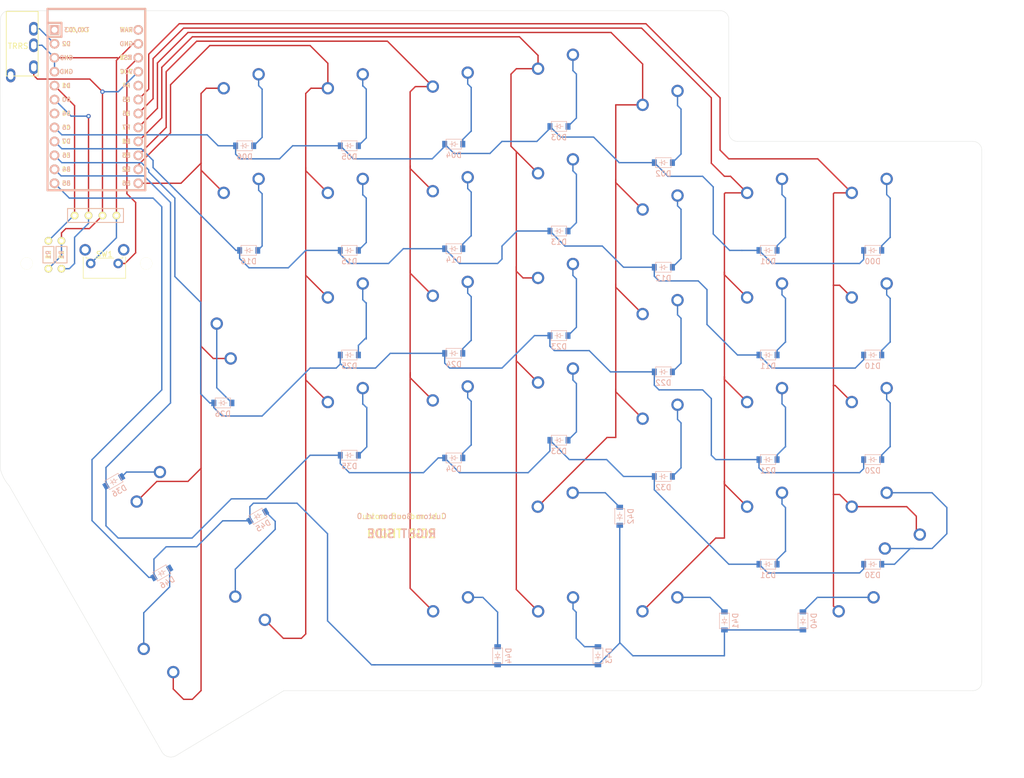
<source format=kicad_pcb>
(kicad_pcb (version 20171130) (host pcbnew 5.1.10)
  (layers (0 F.Cu signal) (31 B.Cu signal) (34 B.Paste user) (35 F.Paste user) (36 B.SilkS user) (37 F.SilkS user) (38 B.Mask user) (39 F.Mask user) (44 Edge.Cuts user))
  (net 0 "")
  (net 1 "Net-(D00-Pad2)")
  (net 2 row0)
  (net 3 "Net-(D01-Pad2)")
  (net 4 "Net-(D02-Pad2)")
  (net 5 "Net-(D03-Pad2)")
  (net 6 "Net-(D04-Pad2)")
  (net 7 "Net-(D05-Pad2)")
  (net 8 "Net-(D06-Pad2)")
  (net 9 "Net-(D10-Pad2)")
  (net 10 row1)
  (net 11 "Net-(D11-Pad2)")
  (net 12 "Net-(D12-Pad2)")
  (net 13 "Net-(D13-Pad2)")
  (net 14 "Net-(D14-Pad2)")
  (net 15 "Net-(D15-Pad2)")
  (net 16 "Net-(D20-Pad2)")
  (net 17 row2)
  (net 18 "Net-(D21-Pad2)")
  (net 19 "Net-(D22-Pad2)")
  (net 20 "Net-(D23-Pad2)")
  (net 21 "Net-(D24-Pad2)")
  (net 22 "Net-(D25-Pad2)")
  (net 23 "Net-(D26-Pad2)")
  (net 24 "Net-(D30-Pad2)")
  (net 25 row3)
  (net 26 "Net-(D31-Pad2)")
  (net 27 "Net-(D32-Pad2)")
  (net 28 "Net-(D33-Pad2)")
  (net 29 "Net-(D34-Pad2)")
  (net 30 "Net-(D35-Pad2)")
  (net 31 "Net-(D36-Pad2)")
  (net 32 "Net-(D40-Pad2)")
  (net 33 row4)
  (net 34 "Net-(D41-Pad2)")
  (net 35 "Net-(D42-Pad2)")
  (net 36 "Net-(D43-Pad2)")
  (net 37 "Net-(D44-Pad2)")
  (net 38 "Net-(D45-Pad2)")
  (net 39 col0)
  (net 40 col1)
  (net 41 col2)
  (net 42 col3)
  (net 43 col4)
  (net 44 col5)
  (net 45 col6)
  (net 46 VCC)
  (net 47 SDA)
  (net 48 SCL)
  (net 49 GND)
  (net 50 RESET)
  (net 51 "Net-(U1-Pad24)")
  (net 52 "Net-(U1-Pad20)")
  (net 53 "Net-(U1-Pad7)")
  (net 54 DATA)
  (net 55 "Net-(U1-Pad1)")
  (net 56 "Net-(TRRS1-PadA)")
  (net 57 "Net-(D16-Pad2)")
  (net 58 "Net-(D46-Pad2)")
  (module MX_Only:MXOnly-2.25U-NoLED (layer F.Cu) (at -30.1625 135.73125)
    (fp_text reference MX40)
    (fp_text value MX-NoLED)
    (pad 2 thru_hole circle (at 2.54 -5.08) (size 2.25 2.25) (drill 1.47) (layers *.Cu B.Mask) (net 32 "Net-(D40-Pad2)"))
    (pad "" np_thru_hole circle (at 0 0) (size 3.9878 3.9878) (drill 3.9878) (layers *.Cu *.Mask))
    (pad 1 thru_hole circle (at -3.81 -2.54) (size 2.25 2.25) (drill 1.47) (layers *.Cu B.Mask) (net 39 col0))
    (pad "" np_thru_hole circle (at -5.08 0 48.0996) (size 1.75 1.75) (drill 1.75) (layers *.Cu *.Mask))
    (pad "" np_thru_hole circle (at 5.08 0 48.0996) (size 1.75 1.75) (drill 1.75) (layers *.Cu *.Mask))
    (pad "" np_thru_hole circle (at -11.90625 -6.985) (size 3.048 3.048) (drill 3.048) (layers *.Cu *.Mask))
    (pad "" np_thru_hole circle (at 11.90625 -6.985) (size 3.048 3.048) (drill 3.048) (layers *.Cu *.Mask))
    (pad "" np_thru_hole circle (at -11.90625 8.255) (size 3.9878 3.9878) (drill 3.9878) (layers *.Cu *.Mask))
    (pad "" np_thru_hole circle (at 11.90625 8.255) (size 3.9878 3.9878) (drill 3.9878) (layers *.Cu *.Mask))
  )
  (module MX_Only:MXOnly-1.5U-NoLED (layer F.Cu) (at -23.01875 116.68125 180)
    (fp_text reference MX302)
    (fp_text value MX-NoLED)
    (pad 2 thru_hole circle (at 2.54 -5.08 180) (size 2.25 2.25) (drill 1.47) (layers *.Cu B.Mask) (net 24 "Net-(D30-Pad2)"))
    (pad "" np_thru_hole circle (at 0 0 180) (size 3.9878 3.9878) (drill 3.9878) (layers *.Cu *.Mask))
    (pad 1 thru_hole circle (at -3.81 -2.54 180) (size 2.25 2.25) (drill 1.47) (layers *.Cu B.Mask) (net 39 col0))
    (pad "" np_thru_hole circle (at -5.08 0 228.0996) (size 1.75 1.75) (drill 1.75) (layers *.Cu *.Mask))
    (pad "" np_thru_hole circle (at 5.08 0 228.0996) (size 1.75 1.75) (drill 1.75) (layers *.Cu *.Mask))
  )
  (module MX_Only:MXOnly-1.5U-NoLED (layer F.Cu) (at -154.78125 139.7 120)
    (fp_text reference MX46)
    (fp_text value MX-NoLED)
    (pad 2 thru_hole circle (at 2.54 -5.08 120) (size 2.25 2.25) (drill 1.47) (layers *.Cu B.Mask) (net 58 "Net-(D46-Pad2)"))
    (pad "" np_thru_hole circle (at 0 0 120) (size 3.9878 3.9878) (drill 3.9878) (layers *.Cu *.Mask))
    (pad 1 thru_hole circle (at -3.81 -2.54 120) (size 2.25 2.25) (drill 1.47) (layers *.Cu B.Mask) (net 45 col6))
    (pad "" np_thru_hole circle (at -5.08 0 168.0996) (size 1.75 1.75) (drill 1.75) (layers *.Cu *.Mask))
    (pad "" np_thru_hole circle (at 5.08 0 168.0996) (size 1.75 1.75) (drill 1.75) (layers *.Cu *.Mask))
  )
  (module MX_Only:MXOnly-1U-NoLED (layer F.Cu) (at -142.08125 59.53125)
    (fp_text reference MX16)
    (fp_text value MX-NoLED)
    (pad 2 thru_hole circle (at 2.54 -5.08) (size 2.25 2.25) (drill 1.47) (layers *.Cu B.Mask) (net 57 "Net-(D16-Pad2)"))
    (pad "" np_thru_hole circle (at 0 0) (size 3.9878 3.9878) (drill 3.9878) (layers *.Cu *.Mask))
    (pad 1 thru_hole circle (at -3.81 -2.54) (size 2.25 2.25) (drill 1.47) (layers *.Cu B.Mask) (net 45 col6))
    (pad "" np_thru_hole circle (at -5.08 0 48.0996) (size 1.75 1.75) (drill 1.75) (layers *.Cu *.Mask))
    (pad "" np_thru_hole circle (at 5.08 0 48.0996) (size 1.75 1.75) (drill 1.75) (layers *.Cu *.Mask))
  )
  (module kbd:D_SOD-123 (layer B.Cu) (at -157.1625 126.20625 30)
    (fp_text reference D46 (at 0 2 30) (layer B.SilkS) (effects (justify mirror)))
    (fp_text value D_Small)
    (pad 2 smd rect (at 1.65 0 30) (size 0.9 1.2) (layers B.Cu B.Paste B.Mask) (net 58 "Net-(D46-Pad2)"))
    (pad 1 smd rect (at -1.65 0 30) (size 0.9 1.2) (layers B.Cu B.Paste B.Mask) (net 33 row4))
  )
  (module kbd:D_SOD-123 (layer B.Cu) (at -141.35 67.46875)
    (fp_text reference D16 (at 0 2) (layer B.SilkS) (effects (justify mirror)))
    (fp_text value D_Small)
    (pad 2 smd rect (at 1.65 0) (size 0.9 1.2) (layers B.Cu B.Paste B.Mask) (net 57 "Net-(D16-Pad2)"))
    (pad 1 smd rect (at -1.65 0) (size 0.9 1.2) (layers B.Cu B.Paste B.Mask) (net 10 row1))
  )
  (module kbd:MJ-4PP-9_1side (layer F.Cu) (at -182.5625 23.8125)
    (fp_text reference TRRS1)
    (fp_text value MJ-4PP-9 hide)
    (fp_text user TRRS (at -0.75 6.45) (layer F.SilkS))
    (pad A thru_hole oval (at -2.1 11.8) (size 1.7 2.5) (drill oval 1 1.5) (layers *.Cu B.Mask) (net 56 "Net-(TRRS1-PadA)") (clearance 0.15))
    (pad D thru_hole oval (at 2.1 10.3) (size 1.7 2.5) (drill oval 1 1.5) (layers *.Cu B.Mask) (net 46 VCC) (clearance 0.15))
    (pad C thru_hole oval (at 2.1 6.3) (size 1.7 2.5) (drill oval 1 1.5) (layers *.Cu B.Mask) (net 49 GND))
    (pad B thru_hole oval (at 2.1 3.3) (size 1.7 2.5) (drill oval 1 1.5) (layers *.Cu B.Mask) (net 54 DATA))
    (pad "" np_thru_hole circle (at 0 8.5) (size 1.2 1.2) (drill 1.2) (layers *.Cu *.Mask))
    (pad "" np_thru_hole circle (at 0 1.5) (size 1.2 1.2) (drill 1.2) (layers *.Cu *.Mask))
  )
  (module Keebio-Parts:SW_Tactile_SPST_Angled_MJTP1117 (layer F.Cu) (at -165.1 69.85 180)
    (fp_text reference SW1 (at 2.5 1.68) (layer F.SilkS))
    (fp_text value SW_Push)
    (pad "" np_thru_hole circle (at 2.5 -1.21 180) (size 1.2 1.2) (drill 1.2) (layers *.Cu *.Mask))
    (pad "" thru_hole circle (at -1 2.49 180) (size 2.1 2.1) (drill 1.3) (layers *.Cu *.Mask))
    (pad 1 thru_hole circle (at 0 0 180) (size 1.75 1.75) (drill 0.99) (layers *.Cu *.Mask) (net 50 RESET))
    (pad 2 thru_hole circle (at 5 0 180) (size 1.75 1.75) (drill 0.99) (layers *.Cu *.Mask) (net 49 GND))
    (pad "" thru_hole circle (at 6.01 2.49 180) (size 2.1 2.1) (drill 1.3) (layers *.Cu *.Mask))
  )
  (module Lily58-footprint:HOLE_M2 (layer F.Cu) (at -160 69.85)
    (fp_text reference H2 hide)
    (fp_text value Hole hide)
    (pad "" np_thru_hole circle (at 0 0) (size 2.2 2.2) (drill 2.2) (layers *.Cu *.Mask F.SilkS) (clearance 0.8))
  )
  (module Lily58-footprint:HOLE_M2 (layer F.Cu) (at -181.75 69.85)
    (fp_text reference H1 hide)
    (fp_text value Hole hide)
    (pad "" np_thru_hole circle (at 0 0) (size 2.2 2.2) (drill 2.2) (layers *.Cu *.Mask F.SilkS) (clearance 0.8))
  )
  (module MX_Only:MXOnly-1U-NoLED (layer F.Cu) (at -104.03 78.2775)
    (fp_text reference MX24)
    (fp_text value MX-NoLED)
    (pad 2 thru_hole circle (at 2.54 -5.08) (size 2.25 2.25) (drill 1.47) (layers *.Cu B.Mask) (net 21 "Net-(D24-Pad2)"))
    (pad "" np_thru_hole circle (at 0 0) (size 3.9878 3.9878) (drill 3.9878) (layers *.Cu *.Mask))
    (pad 1 thru_hole circle (at -3.81 -2.54) (size 2.25 2.25) (drill 1.47) (layers *.Cu B.Mask) (net 43 col4))
    (pad "" np_thru_hole circle (at -5.08 0 48.0996) (size 1.75 1.75) (drill 1.75) (layers *.Cu *.Mask))
    (pad "" np_thru_hole circle (at 5.08 0 48.0996) (size 1.75 1.75) (drill 1.75) (layers *.Cu *.Mask))
  )
  (module MX_Only:MXOnly-1U-NoLED (layer F.Cu) (at -103.975 135.73125)
    (fp_text reference MX44)
    (fp_text value MX-NoLED)
    (pad 2 thru_hole circle (at 2.54 -5.08) (size 2.25 2.25) (drill 1.47) (layers *.Cu B.Mask) (net 37 "Net-(D44-Pad2)"))
    (pad "" np_thru_hole circle (at 0 0) (size 3.9878 3.9878) (drill 3.9878) (layers *.Cu *.Mask))
    (pad 1 thru_hole circle (at -3.81 -2.54) (size 2.25 2.25) (drill 1.47) (layers *.Cu B.Mask) (net 43 col4))
    (pad "" np_thru_hole circle (at -5.08 0 48.0996) (size 1.75 1.75) (drill 1.75) (layers *.Cu *.Mask))
    (pad "" np_thru_hole circle (at 5.08 0 48.0996) (size 1.75 1.75) (drill 1.75) (layers *.Cu *.Mask))
  )
  (module MX_Only:MXOnly-1U-NoLED (layer F.Cu) (at -84.925 116.68125)
    (fp_text reference MX42)
    (fp_text value MX-NoLED)
    (pad 2 thru_hole circle (at 2.54 -5.08) (size 2.25 2.25) (drill 1.47) (layers *.Cu B.Mask) (net 35 "Net-(D42-Pad2)"))
    (pad "" np_thru_hole circle (at 0 0) (size 3.9878 3.9878) (drill 3.9878) (layers *.Cu *.Mask))
    (pad 1 thru_hole circle (at -3.81 -2.54) (size 2.25 2.25) (drill 1.47) (layers *.Cu B.Mask) (net 41 col2))
    (pad "" np_thru_hole circle (at -5.08 0 48.0996) (size 1.75 1.75) (drill 1.75) (layers *.Cu *.Mask))
    (pad "" np_thru_hole circle (at 5.08 0 48.0996) (size 1.75 1.75) (drill 1.75) (layers *.Cu *.Mask))
  )
  (module MX_Only:MXOnly-1U-NoLED (layer F.Cu) (at -65.875 135.73125)
    (fp_text reference MX41)
    (fp_text value MX-NoLED)
    (pad 2 thru_hole circle (at 2.54 -5.08) (size 2.25 2.25) (drill 1.47) (layers *.Cu B.Mask) (net 34 "Net-(D41-Pad2)"))
    (pad "" np_thru_hole circle (at 0 0) (size 3.9878 3.9878) (drill 3.9878) (layers *.Cu *.Mask))
    (pad 1 thru_hole circle (at -3.81 -2.54) (size 2.25 2.25) (drill 1.47) (layers *.Cu B.Mask) (net 40 col1))
    (pad "" np_thru_hole circle (at -5.08 0 48.0996) (size 1.75 1.75) (drill 1.75) (layers *.Cu *.Mask))
    (pad "" np_thru_hole circle (at 5.08 0 48.0996) (size 1.75 1.75) (drill 1.75) (layers *.Cu *.Mask))
  )
  (module MX_Only:MXOnly-1U-NoLED (layer F.Cu) (at -65.84375 100.658)
    (fp_text reference MX32)
    (fp_text value MX-NoLED)
    (pad 2 thru_hole circle (at 2.54 -5.08) (size 2.25 2.25) (drill 1.47) (layers *.Cu B.Mask) (net 27 "Net-(D32-Pad2)"))
    (pad "" np_thru_hole circle (at 0 0) (size 3.9878 3.9878) (drill 3.9878) (layers *.Cu *.Mask))
    (pad 1 thru_hole circle (at -3.81 -2.54) (size 2.25 2.25) (drill 1.47) (layers *.Cu B.Mask) (net 41 col2))
    (pad "" np_thru_hole circle (at -5.08 0 48.0996) (size 1.75 1.75) (drill 1.75) (layers *.Cu *.Mask))
    (pad "" np_thru_hole circle (at 5.08 0 48.0996) (size 1.75 1.75) (drill 1.75) (layers *.Cu *.Mask))
  )
  (module MX_Only:MXOnly-1U-NoLED (layer F.Cu) (at -65.84375 81.608)
    (fp_text reference MX22)
    (fp_text value MX-NoLED)
    (pad 2 thru_hole circle (at 2.54 -5.08) (size 2.25 2.25) (drill 1.47) (layers *.Cu B.Mask) (net 19 "Net-(D22-Pad2)"))
    (pad "" np_thru_hole circle (at 0 0) (size 3.9878 3.9878) (drill 3.9878) (layers *.Cu *.Mask))
    (pad 1 thru_hole circle (at -3.81 -2.54) (size 2.25 2.25) (drill 1.47) (layers *.Cu B.Mask) (net 41 col2))
    (pad "" np_thru_hole circle (at -5.08 0 48.0996) (size 1.75 1.75) (drill 1.75) (layers *.Cu *.Mask))
    (pad "" np_thru_hole circle (at 5.08 0 48.0996) (size 1.75 1.75) (drill 1.75) (layers *.Cu *.Mask))
  )
  (module MX_Only:MXOnly-1U-NoLED (layer F.Cu) (at -65.84375 43.508)
    (fp_text reference MX02)
    (fp_text value MX-NoLED)
    (pad 2 thru_hole circle (at 2.54 -5.08) (size 2.25 2.25) (drill 1.47) (layers *.Cu B.Mask) (net 4 "Net-(D02-Pad2)"))
    (pad "" np_thru_hole circle (at 0 0) (size 3.9878 3.9878) (drill 3.9878) (layers *.Cu *.Mask))
    (pad 1 thru_hole circle (at -3.81 -2.54) (size 2.25 2.25) (drill 1.47) (layers *.Cu B.Mask) (net 41 col2))
    (pad "" np_thru_hole circle (at -5.08 0 48.0996) (size 1.75 1.75) (drill 1.75) (layers *.Cu *.Mask))
    (pad "" np_thru_hole circle (at 5.08 0 48.0996) (size 1.75 1.75) (drill 1.75) (layers *.Cu *.Mask))
  )
  (module MX_Only:MXOnly-1U-NoLED (layer F.Cu) (at -27.78125 116.68125)
    (fp_text reference MX30)
    (fp_text value MX-NoLED)
    (pad 2 thru_hole circle (at 2.54 -5.08) (size 2.25 2.25) (drill 1.47) (layers *.Cu B.Mask) (net 24 "Net-(D30-Pad2)"))
    (pad "" np_thru_hole circle (at 0 0) (size 3.9878 3.9878) (drill 3.9878) (layers *.Cu *.Mask))
    (pad 1 thru_hole circle (at -3.81 -2.54) (size 2.25 2.25) (drill 1.47) (layers *.Cu B.Mask) (net 39 col0))
    (pad "" np_thru_hole circle (at -5.08 0 48.0996) (size 1.75 1.75) (drill 1.75) (layers *.Cu *.Mask))
    (pad "" np_thru_hole circle (at 5.08 0 48.0996) (size 1.75 1.75) (drill 1.75) (layers *.Cu *.Mask))
  )
  (module kbd:D_SOD-123 (layer B.Cu) (at -139.7 115.8875 30)
    (fp_text reference D45 (at 0 2 30) (layer B.SilkS) (effects (justify mirror)))
    (fp_text value D_Small)
    (pad 2 smd rect (at 1.65 0 30) (size 0.9 1.2) (layers B.Cu B.Paste B.Mask) (net 38 "Net-(D45-Pad2)"))
    (pad 1 smd rect (at -1.65 0 30) (size 0.9 1.2) (layers B.Cu B.Paste B.Mask) (net 33 row4))
  )
  (module kbd:D_SOD-123 (layer B.Cu) (at -96.04375 141.2875 90)
    (fp_text reference D44 (at 0 2 90) (layer B.SilkS) (effects (justify mirror)))
    (fp_text value D_Small)
    (pad 2 smd rect (at 1.65 0 90) (size 0.9 1.2) (layers B.Cu B.Paste B.Mask) (net 37 "Net-(D44-Pad2)"))
    (pad 1 smd rect (at -1.65 0 90) (size 0.9 1.2) (layers B.Cu B.Paste B.Mask) (net 33 row4))
  )
  (module kbd:D_SOD-123 (layer B.Cu) (at -77.7875 141.2875 90)
    (fp_text reference D43 (at 0 2 90) (layer B.SilkS) (effects (justify mirror)))
    (fp_text value D_Small)
    (pad 2 smd rect (at 1.65 0 90) (size 0.9 1.2) (layers B.Cu B.Paste B.Mask) (net 36 "Net-(D43-Pad2)"))
    (pad 1 smd rect (at -1.65 0 90) (size 0.9 1.2) (layers B.Cu B.Paste B.Mask) (net 33 row4))
  )
  (module kbd:D_SOD-123 (layer B.Cu) (at -73.81875 115.8875 90)
    (fp_text reference D42 (at 0 2 90) (layer B.SilkS) (effects (justify mirror)))
    (fp_text value D_Small)
    (pad 2 smd rect (at 1.65 0 90) (size 0.9 1.2) (layers B.Cu B.Paste B.Mask) (net 35 "Net-(D42-Pad2)"))
    (pad 1 smd rect (at -1.65 0 90) (size 0.9 1.2) (layers B.Cu B.Paste B.Mask) (net 33 row4))
  )
  (module kbd:D_SOD-123 (layer B.Cu) (at -54.76875 134.9375 90)
    (fp_text reference D41 (at 0 2 90) (layer B.SilkS) (effects (justify mirror)))
    (fp_text value D_Small)
    (pad 2 smd rect (at 1.65 0 90) (size 0.9 1.2) (layers B.Cu B.Paste B.Mask) (net 34 "Net-(D41-Pad2)"))
    (pad 1 smd rect (at -1.65 0 90) (size 0.9 1.2) (layers B.Cu B.Paste B.Mask) (net 33 row4))
  )
  (module kbd:D_SOD-123 (layer B.Cu) (at -40.48125 134.9375 90)
    (fp_text reference D40 (at 0 2 90) (layer B.SilkS) (effects (justify mirror)))
    (fp_text value D_Small)
    (pad 2 smd rect (at 1.65 0 90) (size 0.9 1.2) (layers B.Cu B.Paste B.Mask) (net 32 "Net-(D40-Pad2)"))
    (pad 1 smd rect (at -1.65 0 90) (size 0.9 1.2) (layers B.Cu B.Paste B.Mask) (net 33 row4))
  )
  (module kbd:D_SOD-123 (layer B.Cu) (at -165.89375 109.5375 30)
    (fp_text reference D36 (at 0 2 30) (layer B.SilkS) (effects (justify mirror)))
    (fp_text value D_Small)
    (pad 2 smd rect (at 1.65 0 30) (size 0.9 1.2) (layers B.Cu B.Paste B.Mask) (net 31 "Net-(D36-Pad2)"))
    (pad 1 smd rect (at -1.65 0 30) (size 0.9 1.2) (layers B.Cu B.Paste B.Mask) (net 25 row3))
  )
  (module kbd:D_SOD-123 (layer B.Cu) (at -123.03125 104.775)
    (fp_text reference D35 (at 0 2) (layer B.SilkS) (effects (justify mirror)))
    (fp_text value D_Small)
    (pad 2 smd rect (at 1.65 0) (size 0.9 1.2) (layers B.Cu B.Paste B.Mask) (net 30 "Net-(D35-Pad2)"))
    (pad 1 smd rect (at -1.65 0) (size 0.9 1.2) (layers B.Cu B.Paste B.Mask) (net 25 row3))
  )
  (module kbd:D_SOD-123 (layer B.Cu) (at -104.03 105.265)
    (fp_text reference D34 (at 0 2) (layer B.SilkS) (effects (justify mirror)))
    (fp_text value D_Small)
    (pad 2 smd rect (at 1.65 0) (size 0.9 1.2) (layers B.Cu B.Paste B.Mask) (net 29 "Net-(D34-Pad2)"))
    (pad 1 smd rect (at -1.65 0) (size 0.9 1.2) (layers B.Cu B.Paste B.Mask) (net 25 row3))
  )
  (module kbd:D_SOD-123 (layer B.Cu) (at -84.88 102.04)
    (fp_text reference D33 (at 0 2) (layer B.SilkS) (effects (justify mirror)))
    (fp_text value D_Small)
    (pad 2 smd rect (at 1.65 0) (size 0.9 1.2) (layers B.Cu B.Paste B.Mask) (net 28 "Net-(D33-Pad2)"))
    (pad 1 smd rect (at -1.65 0) (size 0.9 1.2) (layers B.Cu B.Paste B.Mask) (net 25 row3))
  )
  (module kbd:D_SOD-123 (layer B.Cu) (at -65.88 108.64)
    (fp_text reference D32 (at 0 2) (layer B.SilkS) (effects (justify mirror)))
    (fp_text value D_Small)
    (pad 2 smd rect (at 1.65 0) (size 0.9 1.2) (layers B.Cu B.Paste B.Mask) (net 27 "Net-(D32-Pad2)"))
    (pad 1 smd rect (at -1.65 0) (size 0.9 1.2) (layers B.Cu B.Paste B.Mask) (net 25 row3))
  )
  (module kbd:D_SOD-123 (layer B.Cu) (at -46.83125 124.61875)
    (fp_text reference D31 (at 0 2) (layer B.SilkS) (effects (justify mirror)))
    (fp_text value D_Small)
    (pad 2 smd rect (at 1.65 0) (size 0.9 1.2) (layers B.Cu B.Paste B.Mask) (net 26 "Net-(D31-Pad2)"))
    (pad 1 smd rect (at -1.65 0) (size 0.9 1.2) (layers B.Cu B.Paste B.Mask) (net 25 row3))
  )
  (module kbd:D_SOD-123 (layer B.Cu) (at -27.78125 124.61875)
    (fp_text reference D30 (at 0 2) (layer B.SilkS) (effects (justify mirror)))
    (fp_text value D_Small)
    (pad 2 smd rect (at 1.65 0) (size 0.9 1.2) (layers B.Cu B.Paste B.Mask) (net 24 "Net-(D30-Pad2)"))
    (pad 1 smd rect (at -1.65 0) (size 0.9 1.2) (layers B.Cu B.Paste B.Mask) (net 25 row3))
  )
  (module kbd:D_SOD-123 (layer B.Cu) (at -146.05 95.25)
    (fp_text reference D26 (at 0 2) (layer B.SilkS) (effects (justify mirror)))
    (fp_text value D_Small)
    (pad 2 smd rect (at 1.65 0) (size 0.9 1.2) (layers B.Cu B.Paste B.Mask) (net 23 "Net-(D26-Pad2)"))
    (pad 1 smd rect (at -1.65 0) (size 0.9 1.2) (layers B.Cu B.Paste B.Mask) (net 17 row2))
  )
  (module kbd:D_SOD-123 (layer B.Cu) (at -123.03125 86.51875)
    (fp_text reference D25 (at 0 2) (layer B.SilkS) (effects (justify mirror)))
    (fp_text value D_Small)
    (pad 2 smd rect (at 1.65 0) (size 0.9 1.2) (layers B.Cu B.Paste B.Mask) (net 22 "Net-(D25-Pad2)"))
    (pad 1 smd rect (at -1.65 0) (size 0.9 1.2) (layers B.Cu B.Paste B.Mask) (net 17 row2))
  )
  (module kbd:D_SOD-123 (layer B.Cu) (at -104.03 86.215)
    (fp_text reference D24 (at 0 2) (layer B.SilkS) (effects (justify mirror)))
    (fp_text value D_Small)
    (pad 2 smd rect (at 1.65 0) (size 0.9 1.2) (layers B.Cu B.Paste B.Mask) (net 21 "Net-(D24-Pad2)"))
    (pad 1 smd rect (at -1.65 0) (size 0.9 1.2) (layers B.Cu B.Paste B.Mask) (net 17 row2))
  )
  (module kbd:D_SOD-123 (layer B.Cu) (at -84.88 82.99)
    (fp_text reference D23 (at 0 2) (layer B.SilkS) (effects (justify mirror)))
    (fp_text value D_Small)
    (pad 2 smd rect (at 1.65 0) (size 0.9 1.2) (layers B.Cu B.Paste B.Mask) (net 20 "Net-(D23-Pad2)"))
    (pad 1 smd rect (at -1.65 0) (size 0.9 1.2) (layers B.Cu B.Paste B.Mask) (net 17 row2))
  )
  (module kbd:D_SOD-123 (layer B.Cu) (at -65.88 89.59)
    (fp_text reference D22 (at 0 2) (layer B.SilkS) (effects (justify mirror)))
    (fp_text value D_Small)
    (pad 2 smd rect (at 1.65 0) (size 0.9 1.2) (layers B.Cu B.Paste B.Mask) (net 19 "Net-(D22-Pad2)"))
    (pad 1 smd rect (at -1.65 0) (size 0.9 1.2) (layers B.Cu B.Paste B.Mask) (net 17 row2))
  )
  (module kbd:D_SOD-123 (layer B.Cu) (at -46.83125 105.56875)
    (fp_text reference D21 (at 0 2) (layer B.SilkS) (effects (justify mirror)))
    (fp_text value D_Small)
    (pad 2 smd rect (at 1.65 0) (size 0.9 1.2) (layers B.Cu B.Paste B.Mask) (net 18 "Net-(D21-Pad2)"))
    (pad 1 smd rect (at -1.65 0) (size 0.9 1.2) (layers B.Cu B.Paste B.Mask) (net 17 row2))
  )
  (module kbd:D_SOD-123 (layer B.Cu) (at -27.78125 105.56875)
    (fp_text reference D20 (at 0 2) (layer B.SilkS) (effects (justify mirror)))
    (fp_text value D_Small)
    (pad 2 smd rect (at 1.65 0) (size 0.9 1.2) (layers B.Cu B.Paste B.Mask) (net 16 "Net-(D20-Pad2)"))
    (pad 1 smd rect (at -1.65 0) (size 0.9 1.2) (layers B.Cu B.Paste B.Mask) (net 17 row2))
  )
  (module kbd:D_SOD-123 (layer B.Cu) (at -123.03125 67.46875)
    (fp_text reference D15 (at 0 2) (layer B.SilkS) (effects (justify mirror)))
    (fp_text value D_Small)
    (pad 2 smd rect (at 1.65 0) (size 0.9 1.2) (layers B.Cu B.Paste B.Mask) (net 15 "Net-(D15-Pad2)"))
    (pad 1 smd rect (at -1.65 0) (size 0.9 1.2) (layers B.Cu B.Paste B.Mask) (net 10 row1))
  )
  (module kbd:D_SOD-123 (layer B.Cu) (at -104.03 67.165)
    (fp_text reference D14 (at 0 2) (layer B.SilkS) (effects (justify mirror)))
    (fp_text value D_Small)
    (pad 2 smd rect (at 1.65 0) (size 0.9 1.2) (layers B.Cu B.Paste B.Mask) (net 14 "Net-(D14-Pad2)"))
    (pad 1 smd rect (at -1.65 0) (size 0.9 1.2) (layers B.Cu B.Paste B.Mask) (net 10 row1))
  )
  (module kbd:D_SOD-123 (layer B.Cu) (at -84.88 63.94)
    (fp_text reference D13 (at 0 2) (layer B.SilkS) (effects (justify mirror)))
    (fp_text value D_Small)
    (pad 2 smd rect (at 1.65 0) (size 0.9 1.2) (layers B.Cu B.Paste B.Mask) (net 13 "Net-(D13-Pad2)"))
    (pad 1 smd rect (at -1.65 0) (size 0.9 1.2) (layers B.Cu B.Paste B.Mask) (net 10 row1))
  )
  (module kbd:D_SOD-123 (layer B.Cu) (at -65.88 70.54)
    (fp_text reference D12 (at 0 2) (layer B.SilkS) (effects (justify mirror)))
    (fp_text value D_Small)
    (pad 2 smd rect (at 1.65 0) (size 0.9 1.2) (layers B.Cu B.Paste B.Mask) (net 12 "Net-(D12-Pad2)"))
    (pad 1 smd rect (at -1.65 0) (size 0.9 1.2) (layers B.Cu B.Paste B.Mask) (net 10 row1))
  )
  (module kbd:D_SOD-123 (layer B.Cu) (at -46.83125 86.51875)
    (fp_text reference D11 (at 0 2) (layer B.SilkS) (effects (justify mirror)))
    (fp_text value D_Small)
    (pad 2 smd rect (at 1.65 0) (size 0.9 1.2) (layers B.Cu B.Paste B.Mask) (net 11 "Net-(D11-Pad2)"))
    (pad 1 smd rect (at -1.65 0) (size 0.9 1.2) (layers B.Cu B.Paste B.Mask) (net 10 row1))
  )
  (module kbd:D_SOD-123 (layer B.Cu) (at -27.78125 86.51875)
    (fp_text reference D10 (at 0 2) (layer B.SilkS) (effects (justify mirror)))
    (fp_text value D_Small)
    (pad 2 smd rect (at 1.65 0) (size 0.9 1.2) (layers B.Cu B.Paste B.Mask) (net 9 "Net-(D10-Pad2)"))
    (pad 1 smd rect (at -1.65 0) (size 0.9 1.2) (layers B.Cu B.Paste B.Mask) (net 10 row1))
  )
  (module kbd:D_SOD-123 (layer B.Cu) (at -142.08125 48.41875)
    (fp_text reference D06 (at 0 2) (layer B.SilkS) (effects (justify mirror)))
    (fp_text value D_Small)
    (pad 2 smd rect (at 1.65 0) (size 0.9 1.2) (layers B.Cu B.Paste B.Mask) (net 8 "Net-(D06-Pad2)"))
    (pad 1 smd rect (at -1.65 0) (size 0.9 1.2) (layers B.Cu B.Paste B.Mask) (net 2 row0))
  )
  (module kbd:D_SOD-123 (layer B.Cu) (at -123.03125 48.41875)
    (fp_text reference D05 (at 0 2) (layer B.SilkS) (effects (justify mirror)))
    (fp_text value D_Small)
    (pad 2 smd rect (at 1.65 0) (size 0.9 1.2) (layers B.Cu B.Paste B.Mask) (net 7 "Net-(D05-Pad2)"))
    (pad 1 smd rect (at -1.65 0) (size 0.9 1.2) (layers B.Cu B.Paste B.Mask) (net 2 row0))
  )
  (module kbd:D_SOD-123 (layer B.Cu) (at -104.03 48.115)
    (fp_text reference D04 (at 0 2) (layer B.SilkS) (effects (justify mirror)))
    (fp_text value D_Small)
    (pad 2 smd rect (at 1.65 0) (size 0.9 1.2) (layers B.Cu B.Paste B.Mask) (net 6 "Net-(D04-Pad2)"))
    (pad 1 smd rect (at -1.65 0) (size 0.9 1.2) (layers B.Cu B.Paste B.Mask) (net 2 row0))
  )
  (module kbd:D_SOD-123 (layer B.Cu) (at -84.88 44.89)
    (fp_text reference D03 (at 0 2) (layer B.SilkS) (effects (justify mirror)))
    (fp_text value D_Small)
    (pad 2 smd rect (at 1.65 0) (size 0.9 1.2) (layers B.Cu B.Paste B.Mask) (net 5 "Net-(D03-Pad2)"))
    (pad 1 smd rect (at -1.65 0) (size 0.9 1.2) (layers B.Cu B.Paste B.Mask) (net 2 row0))
  )
  (module kbd:D_SOD-123 (layer B.Cu) (at -65.88 51.49)
    (fp_text reference D02 (at 0 2) (layer B.SilkS) (effects (justify mirror)))
    (fp_text value D_Small)
    (pad 2 smd rect (at 1.65 0) (size 0.9 1.2) (layers B.Cu B.Paste B.Mask) (net 4 "Net-(D02-Pad2)"))
    (pad 1 smd rect (at -1.65 0) (size 0.9 1.2) (layers B.Cu B.Paste B.Mask) (net 2 row0))
  )
  (module kbd:D_SOD-123 (layer B.Cu) (at -46.83125 67.46875)
    (fp_text reference D01 (at 0 2) (layer B.SilkS) (effects (justify mirror)))
    (fp_text value D_Small)
    (pad 2 smd rect (at 1.65 0) (size 0.9 1.2) (layers B.Cu B.Paste B.Mask) (net 3 "Net-(D01-Pad2)"))
    (pad 1 smd rect (at -1.65 0) (size 0.9 1.2) (layers B.Cu B.Paste B.Mask) (net 2 row0))
  )
  (module kbd:D_SOD-123 (layer B.Cu) (at -27.78125 67.46875)
    (fp_text reference D00 (at 0 2) (layer B.SilkS) (effects (justify mirror)))
    (fp_text value D_Small)
    (pad 2 smd rect (at 1.65 0) (size 0.9 1.2) (layers B.Cu B.Paste B.Mask) (net 1 "Net-(D00-Pad2)"))
    (pad 1 smd rect (at -1.65 0) (size 0.9 1.2) (layers B.Cu B.Paste B.Mask) (net 2 row0))
  )
  (module MX_Only:MXOnly-1.5U-NoLED (layer F.Cu) (at -142.08125 83.34375 90)
    (fp_text reference MX26)
    (fp_text value MX-NoLED)
    (pad 2 thru_hole circle (at 2.54 -5.08 90) (size 2.25 2.25) (drill 1.47) (layers *.Cu B.Mask) (net 23 "Net-(D26-Pad2)"))
    (pad "" np_thru_hole circle (at 0 0 90) (size 3.9878 3.9878) (drill 3.9878) (layers *.Cu *.Mask))
    (pad 1 thru_hole circle (at -3.81 -2.54 90) (size 2.25 2.25) (drill 1.47) (layers *.Cu B.Mask) (net 45 col6))
    (pad "" np_thru_hole circle (at -5.08 0 138.0996) (size 1.75 1.75) (drill 1.75) (layers *.Cu *.Mask))
    (pad "" np_thru_hole circle (at 5.08 0 138.0996) (size 1.75 1.75) (drill 1.75) (layers *.Cu *.Mask))
  )
  (module MX_Only:MXOnly-1U-NoLED (layer F.Cu) (at -123.13 59.53125)
    (fp_text reference MX15)
    (fp_text value MX-NoLED)
    (pad 2 thru_hole circle (at 2.54 -5.08) (size 2.25 2.25) (drill 1.47) (layers *.Cu B.Mask) (net 15 "Net-(D15-Pad2)"))
    (pad "" np_thru_hole circle (at 0 0) (size 3.9878 3.9878) (drill 3.9878) (layers *.Cu *.Mask))
    (pad 1 thru_hole circle (at -3.81 -2.54) (size 2.25 2.25) (drill 1.47) (layers *.Cu B.Mask) (net 44 col5))
    (pad "" np_thru_hole circle (at -5.08 0 48.0996) (size 1.75 1.75) (drill 1.75) (layers *.Cu *.Mask))
    (pad "" np_thru_hole circle (at 5.08 0 48.0996) (size 1.75 1.75) (drill 1.75) (layers *.Cu *.Mask))
  )
  (module MX_Only:MXOnly-1U-NoLED (layer F.Cu) (at -65.84375 62.558)
    (fp_text reference MX12)
    (fp_text value MX-NoLED)
    (pad 2 thru_hole circle (at 2.54 -5.08) (size 2.25 2.25) (drill 1.47) (layers *.Cu B.Mask) (net 12 "Net-(D12-Pad2)"))
    (pad "" np_thru_hole circle (at 0 0) (size 3.9878 3.9878) (drill 3.9878) (layers *.Cu *.Mask))
    (pad 1 thru_hole circle (at -3.81 -2.54) (size 2.25 2.25) (drill 1.47) (layers *.Cu B.Mask) (net 41 col2))
    (pad "" np_thru_hole circle (at -5.08 0 48.0996) (size 1.75 1.75) (drill 1.75) (layers *.Cu *.Mask))
    (pad "" np_thru_hole circle (at 5.08 0 48.0996) (size 1.75 1.75) (drill 1.75) (layers *.Cu *.Mask))
  )
  (module MX_Only:MXOnly-1U-NoLED (layer F.Cu) (at -123.13 40.48125)
    (fp_text reference MX05)
    (fp_text value MX-NoLED)
    (pad 2 thru_hole circle (at 2.54 -5.08) (size 2.25 2.25) (drill 1.47) (layers *.Cu B.Mask) (net 7 "Net-(D05-Pad2)"))
    (pad "" np_thru_hole circle (at 0 0) (size 3.9878 3.9878) (drill 3.9878) (layers *.Cu *.Mask))
    (pad 1 thru_hole circle (at -3.81 -2.54) (size 2.25 2.25) (drill 1.47) (layers *.Cu B.Mask) (net 44 col5))
    (pad "" np_thru_hole circle (at -5.08 0 48.0996) (size 1.75 1.75) (drill 1.75) (layers *.Cu *.Mask))
    (pad "" np_thru_hole circle (at 5.08 0 48.0996) (size 1.75 1.75) (drill 1.75) (layers *.Cu *.Mask))
  )
  (module Lily58-footprint:RESISTOR_mini (layer F.Cu) (at -177.8 68.2625 270)
    (fp_text reference R2 (at 0 0 90) (layer F.SilkS) (effects (font (size 0.8 0.8))))
    (fp_text value 4.7k hide)
    (fp_text user R1 (at 0 0 90) (layer B.SilkS) (effects (font (size 0.8 0.8)) (justify mirror)))
    (pad 2 thru_hole circle (at 2.54 0 270) (size 1.397 1.397) (drill 0.8128) (layers *.Cu *.Mask F.SilkS) (net 46 VCC))
    (pad 1 thru_hole circle (at -2.54 0 270) (size 1.397 1.397) (drill 0.8128) (layers *.Cu *.Mask F.SilkS) (net 47 SDA))
  )
  (module Lily58-footprint:RESISTOR_mini (layer F.Cu) (at -175.41875 68.2625 90)
    (fp_text reference R1 (at 0 0 90) (layer F.SilkS) (effects (font (size 0.8 0.8))))
    (fp_text value 4.7k hide)
    (fp_text user R1 (at 0 0 90) (layer B.SilkS) (effects (font (size 0.8 0.8)) (justify mirror)))
    (pad 2 thru_hole circle (at 2.54 0 90) (size 1.397 1.397) (drill 0.8128) (layers *.Cu *.Mask F.SilkS) (net 46 VCC))
    (pad 1 thru_hole circle (at -2.54 0 90) (size 1.397 1.397) (drill 0.8128) (layers *.Cu *.Mask F.SilkS) (net 48 SCL))
  )
  (module Lily58-footprint:OLED_4Pin (layer F.Cu) (at -173.0375 61.11875)
    (fp_text reference OL1 hide)
    (fp_text value OLED hide)
    (pad 4 thru_hole circle (at 7.62 0) (size 1.397 1.397) (drill 0.8128) (layers *.Cu *.Mask F.SilkS) (net 49 GND))
    (pad 3 thru_hole circle (at 5.08 0) (size 1.397 1.397) (drill 0.8128) (layers *.Cu *.Mask F.SilkS) (net 46 VCC))
    (pad 2 thru_hole circle (at 2.54 0) (size 1.397 1.397) (drill 0.8128) (layers *.Cu *.Mask F.SilkS) (net 48 SCL))
    (pad 1 thru_hole circle (at 0 0) (size 1.397 1.397) (drill 0.8128) (layers *.Cu *.Mask F.SilkS) (net 47 SDA))
  )
  (module Keebio-Parts:ArduinoProMicro (layer F.Cu) (at -169.06875 41.275 270)
    (fp_text reference U1 hide)
    (fp_text value ProMicro hide)
    (fp_text user D2 (at -11.43 5.461) (layer B.SilkS) (effects (font (size 0.8 0.8)) (justify mirror)))
    (fp_text user D0 (at -1.27 5.461) (layer B.SilkS) (effects (font (size 0.8 0.8)) (justify mirror)))
    (fp_text user D1 (at -3.81 5.461) (layer B.SilkS) (effects (font (size 0.8 0.8)) (justify mirror)))
    (fp_text user GND (at -6.35 5.461) (layer B.SilkS) (effects (font (size 0.8 0.8)) (justify mirror)))
    (fp_text user GND (at -8.89 5.461) (layer B.SilkS) (effects (font (size 0.8 0.8)) (justify mirror)))
    (fp_text user D4 (at 1.27 5.461) (layer B.SilkS) (effects (font (size 0.8 0.8)) (justify mirror)))
    (fp_text user C6 (at 3.81 5.461) (layer B.SilkS) (effects (font (size 0.8 0.8)) (justify mirror)))
    (fp_text user D7 (at 6.35 5.461) (layer B.SilkS) (effects (font (size 0.8 0.8)) (justify mirror)))
    (fp_text user E6 (at 8.89 5.461) (layer B.SilkS) (effects (font (size 0.8 0.8)) (justify mirror)))
    (fp_text user B4 (at 11.43 5.461) (layer B.SilkS) (effects (font (size 0.8 0.8)) (justify mirror)))
    (fp_text user B5 (at 13.97 5.461) (layer B.SilkS) (effects (font (size 0.8 0.8)) (justify mirror)))
    (fp_text user B6 (at 13.97 -5.461) (layer B.SilkS) (effects (font (size 0.8 0.8)) (justify mirror)))
    (fp_text user B2 (at 11.43 -5.461) (layer F.SilkS) (effects (font (size 0.8 0.8))))
    (fp_text user B3 (at 8.89 -5.461) (layer B.SilkS) (effects (font (size 0.8 0.8)) (justify mirror)))
    (fp_text user B1 (at 6.35 -5.461) (layer B.SilkS) (effects (font (size 0.8 0.8)) (justify mirror)))
    (fp_text user F7 (at 3.81 -5.461) (layer F.SilkS) (effects (font (size 0.8 0.8))))
    (fp_text user F6 (at 1.27 -5.461) (layer F.SilkS) (effects (font (size 0.8 0.8))))
    (fp_text user F5 (at -1.27 -5.461) (layer F.SilkS) (effects (font (size 0.8 0.8))))
    (fp_text user F4 (at -3.81 -5.461) (layer B.SilkS) (effects (font (size 0.8 0.8)) (justify mirror)))
    (fp_text user VCC (at -6.35 -5.461) (layer B.SilkS) (effects (font (size 0.8 0.8)) (justify mirror)))
    (fp_text user GND (at -11.43 -5.461) (layer B.SilkS) (effects (font (size 0.8 0.8)) (justify mirror)))
    (fp_text user RAW (at -13.97 -5.461) (layer B.SilkS) (effects (font (size 0.8 0.8)) (justify mirror)))
    (fp_text user RAW (at -13.97 -5.461) (layer F.SilkS) (effects (font (size 0.8 0.8))))
    (fp_text user GND (at -11.43 -5.461) (layer F.SilkS) (effects (font (size 0.8 0.8))))
    (fp_text user ST (at -8.92 -5.73312) (layer F.SilkS) (effects (font (size 0.8 0.8))))
    (fp_text user VCC (at -6.35 -5.461) (layer F.SilkS) (effects (font (size 0.8 0.8))))
    (fp_text user F4 (at -3.81 -5.461) (layer F.SilkS) (effects (font (size 0.8 0.8))))
    (fp_text user F5 (at -1.27 -5.461) (layer B.SilkS) (effects (font (size 0.8 0.8)) (justify mirror)))
    (fp_text user F6 (at 1.27 -5.461) (layer B.SilkS) (effects (font (size 0.8 0.8)) (justify mirror)))
    (fp_text user F7 (at 3.81 -5.461) (layer B.SilkS) (effects (font (size 0.8 0.8)) (justify mirror)))
    (fp_text user B1 (at 6.35 -5.461) (layer F.SilkS) (effects (font (size 0.8 0.8))))
    (fp_text user B3 (at 8.89 -5.461) (layer F.SilkS) (effects (font (size 0.8 0.8))))
    (fp_text user B2 (at 11.43 -5.461) (layer B.SilkS) (effects (font (size 0.8 0.8)) (justify mirror)))
    (fp_text user B6 (at 13.97 -5.461) (layer F.SilkS) (effects (font (size 0.8 0.8))))
    (fp_text user B5 (at 13.97 5.461) (layer F.SilkS) (effects (font (size 0.8 0.8))))
    (fp_text user B4 (at 11.43 5.461) (layer F.SilkS) (effects (font (size 0.8 0.8))))
    (fp_text user E6 (at 8.89 5.461) (layer F.SilkS) (effects (font (size 0.8 0.8))))
    (fp_text user D7 (at 6.35 5.461) (layer F.SilkS) (effects (font (size 0.8 0.8))))
    (fp_text user C6 (at 3.81 5.461) (layer F.SilkS) (effects (font (size 0.8 0.8))))
    (fp_text user D4 (at 1.27 5.461) (layer F.SilkS) (effects (font (size 0.8 0.8))))
    (fp_text user GND (at -8.89 5.461) (layer F.SilkS) (effects (font (size 0.8 0.8))))
    (fp_text user GND (at -6.35 5.461) (layer F.SilkS) (effects (font (size 0.8 0.8))))
    (fp_text user D1 (at -3.81 5.461) (layer F.SilkS) (effects (font (size 0.8 0.8))))
    (fp_text user D0 (at -1.27 5.461) (layer F.SilkS) (effects (font (size 0.8 0.8))))
    (fp_text user D2 (at -11.43 5.461) (layer F.SilkS) (effects (font (size 0.8 0.8))))
    (fp_text user TX0/D3 (at -13.97 3.571872) (layer B.SilkS) (effects (font (size 0.8 0.8)) (justify mirror)))
    (fp_text user TX0/D3 (at -13.97 3.571872) (layer F.SilkS) (effects (font (size 0.8 0.8))))
    (fp_text user ST (at -8.91 -5.04) (layer B.SilkS) (effects (font (size 0.8 0.8)) (justify mirror)))
    (pad 1 thru_hole rect (at -13.97 7.62 270) (size 1.7526 1.7526) (drill 1.0922) (layers *.Cu *.SilkS *.Mask) (net 55 "Net-(U1-Pad1)"))
    (pad 2 thru_hole circle (at -11.43 7.62 270) (size 1.7526 1.7526) (drill 1.0922) (layers *.Cu *.SilkS *.Mask) (net 54 DATA))
    (pad 3 thru_hole circle (at -8.89 7.62 270) (size 1.7526 1.7526) (drill 1.0922) (layers *.Cu *.SilkS *.Mask) (net 49 GND))
    (pad 4 thru_hole circle (at -6.35 7.62 270) (size 1.7526 1.7526) (drill 1.0922) (layers *.Cu *.SilkS *.Mask) (net 49 GND))
    (pad 5 thru_hole circle (at -3.81 7.62 270) (size 1.7526 1.7526) (drill 1.0922) (layers *.Cu *.SilkS *.Mask) (net 47 SDA))
    (pad 6 thru_hole circle (at -1.27 7.62 270) (size 1.7526 1.7526) (drill 1.0922) (layers *.Cu *.SilkS *.Mask) (net 48 SCL))
    (pad 7 thru_hole circle (at 1.27 7.62 270) (size 1.7526 1.7526) (drill 1.0922) (layers *.Cu *.SilkS *.Mask) (net 53 "Net-(U1-Pad7)"))
    (pad 8 thru_hole circle (at 3.81 7.62 270) (size 1.7526 1.7526) (drill 1.0922) (layers *.Cu *.SilkS *.Mask) (net 2 row0))
    (pad 9 thru_hole circle (at 6.35 7.62 270) (size 1.7526 1.7526) (drill 1.0922) (layers *.Cu *.SilkS *.Mask) (net 10 row1))
    (pad 10 thru_hole circle (at 8.89 7.62 270) (size 1.7526 1.7526) (drill 1.0922) (layers *.Cu *.SilkS *.Mask) (net 17 row2))
    (pad 11 thru_hole circle (at 11.43 7.62 270) (size 1.7526 1.7526) (drill 1.0922) (layers *.Cu *.SilkS *.Mask) (net 25 row3))
    (pad 13 thru_hole circle (at 13.97 -7.62 270) (size 1.7526 1.7526) (drill 1.0922) (layers *.Cu *.SilkS *.Mask) (net 45 col6))
    (pad 14 thru_hole circle (at 11.43 -7.62 270) (size 1.7526 1.7526) (drill 1.0922) (layers *.Cu *.SilkS *.Mask) (net 44 col5))
    (pad 15 thru_hole circle (at 8.89 -7.62 270) (size 1.7526 1.7526) (drill 1.0922) (layers *.Cu *.SilkS *.Mask) (net 43 col4))
    (pad 16 thru_hole circle (at 6.35 -7.62 270) (size 1.7526 1.7526) (drill 1.0922) (layers *.Cu *.SilkS *.Mask) (net 42 col3))
    (pad 17 thru_hole circle (at 3.81 -7.62 270) (size 1.7526 1.7526) (drill 1.0922) (layers *.Cu *.SilkS *.Mask) (net 41 col2))
    (pad 18 thru_hole circle (at 1.27 -7.62 270) (size 1.7526 1.7526) (drill 1.0922) (layers *.Cu *.SilkS *.Mask) (net 40 col1))
    (pad 19 thru_hole circle (at -1.27 -7.62 270) (size 1.7526 1.7526) (drill 1.0922) (layers *.Cu *.SilkS *.Mask) (net 39 col0))
    (pad 20 thru_hole circle (at -3.81 -7.62 270) (size 1.7526 1.7526) (drill 1.0922) (layers *.Cu *.SilkS *.Mask) (net 52 "Net-(U1-Pad20)"))
    (pad 21 thru_hole circle (at -6.35 -7.62 270) (size 1.7526 1.7526) (drill 1.0922) (layers *.Cu *.SilkS *.Mask) (net 46 VCC))
    (pad 22 thru_hole circle (at -8.89 -7.62 270) (size 1.7526 1.7526) (drill 1.0922) (layers *.Cu *.SilkS *.Mask) (net 50 RESET))
    (pad 23 thru_hole circle (at -11.43 -7.62 270) (size 1.7526 1.7526) (drill 1.0922) (layers *.Cu *.SilkS *.Mask) (net 49 GND))
    (pad 12 thru_hole circle (at 13.97 7.62 270) (size 1.7526 1.7526) (drill 1.0922) (layers *.Cu *.SilkS *.Mask) (net 33 row4))
    (pad 24 thru_hole circle (at -13.97 -7.62 270) (size 1.7526 1.7526) (drill 1.0922) (layers *.Cu *.SilkS *.Mask) (net 51 "Net-(U1-Pad24)"))
  )
  (module MX_Only:MXOnly-1.5U-NoLED (layer F.Cu) (at -138.1125 130.175 120)
    (fp_text reference MX45)
    (fp_text value MX-NoLED)
    (pad 2 thru_hole circle (at 2.54 -5.08 120) (size 2.25 2.25) (drill 1.47) (layers *.Cu B.Mask) (net 38 "Net-(D45-Pad2)"))
    (pad "" np_thru_hole circle (at 0 0 120) (size 3.9878 3.9878) (drill 3.9878) (layers *.Cu *.Mask))
    (pad 1 thru_hole circle (at -3.81 -2.54 120) (size 2.25 2.25) (drill 1.47) (layers *.Cu B.Mask) (net 44 col5))
    (pad "" np_thru_hole circle (at -5.08 0 168.0996) (size 1.75 1.75) (drill 1.75) (layers *.Cu *.Mask))
    (pad "" np_thru_hole circle (at 5.08 0 168.0996) (size 1.75 1.75) (drill 1.75) (layers *.Cu *.Mask))
  )
  (module MX_Only:MXOnly-1U-NoLED (layer F.Cu) (at -84.8615 135.74325)
    (fp_text reference MX43)
    (fp_text value MX-NoLED)
    (pad 2 thru_hole circle (at 2.54 -5.08) (size 2.25 2.25) (drill 1.47) (layers *.Cu B.Mask) (net 36 "Net-(D43-Pad2)"))
    (pad "" np_thru_hole circle (at 0 0) (size 3.9878 3.9878) (drill 3.9878) (layers *.Cu *.Mask))
    (pad 1 thru_hole circle (at -3.81 -2.54) (size 2.25 2.25) (drill 1.47) (layers *.Cu B.Mask) (net 42 col3))
    (pad "" np_thru_hole circle (at -5.08 0 48.0996) (size 1.75 1.75) (drill 1.75) (layers *.Cu *.Mask))
    (pad "" np_thru_hole circle (at 5.08 0 48.0996) (size 1.75 1.75) (drill 1.75) (layers *.Cu *.Mask))
  )
  (module MX_Only:MXOnly-1.5U-NoLED (layer F.Cu) (at -157.1625 113.50625 30)
    (fp_text reference MX36)
    (fp_text value MX-NoLED)
    (pad 2 thru_hole circle (at 2.54 -5.08 30) (size 2.25 2.25) (drill 1.47) (layers *.Cu B.Mask) (net 31 "Net-(D36-Pad2)"))
    (pad "" np_thru_hole circle (at 0 0 30) (size 3.9878 3.9878) (drill 3.9878) (layers *.Cu *.Mask))
    (pad 1 thru_hole circle (at -3.81 -2.54 30) (size 2.25 2.25) (drill 1.47) (layers *.Cu B.Mask) (net 45 col6))
    (pad "" np_thru_hole circle (at -5.08 0 78.0996) (size 1.75 1.75) (drill 1.75) (layers *.Cu *.Mask))
    (pad "" np_thru_hole circle (at 5.08 0 78.0996) (size 1.75 1.75) (drill 1.75) (layers *.Cu *.Mask))
  )
  (module MX_Only:MXOnly-1U-NoLED (layer F.Cu) (at -123.13 97.63125)
    (fp_text reference MX35)
    (fp_text value MX-NoLED)
    (pad 2 thru_hole circle (at 2.54 -5.08) (size 2.25 2.25) (drill 1.47) (layers *.Cu B.Mask) (net 30 "Net-(D35-Pad2)"))
    (pad "" np_thru_hole circle (at 0 0) (size 3.9878 3.9878) (drill 3.9878) (layers *.Cu *.Mask))
    (pad 1 thru_hole circle (at -3.81 -2.54) (size 2.25 2.25) (drill 1.47) (layers *.Cu B.Mask) (net 44 col5))
    (pad "" np_thru_hole circle (at -5.08 0 48.0996) (size 1.75 1.75) (drill 1.75) (layers *.Cu *.Mask))
    (pad "" np_thru_hole circle (at 5.08 0 48.0996) (size 1.75 1.75) (drill 1.75) (layers *.Cu *.Mask))
  )
  (module MX_Only:MXOnly-1U-NoLED (layer F.Cu) (at -104.03 97.3275)
    (fp_text reference MX34)
    (fp_text value MX-NoLED)
    (pad 2 thru_hole circle (at 2.54 -5.08) (size 2.25 2.25) (drill 1.47) (layers *.Cu B.Mask) (net 29 "Net-(D34-Pad2)"))
    (pad "" np_thru_hole circle (at 0 0) (size 3.9878 3.9878) (drill 3.9878) (layers *.Cu *.Mask))
    (pad 1 thru_hole circle (at -3.81 -2.54) (size 2.25 2.25) (drill 1.47) (layers *.Cu B.Mask) (net 43 col4))
    (pad "" np_thru_hole circle (at -5.08 0 48.0996) (size 1.75 1.75) (drill 1.75) (layers *.Cu *.Mask))
    (pad "" np_thru_hole circle (at 5.08 0 48.0996) (size 1.75 1.75) (drill 1.75) (layers *.Cu *.Mask))
  )
  (module MX_Only:MXOnly-1U-NoLED (layer F.Cu) (at -84.88 94.07075)
    (fp_text reference MX33)
    (fp_text value MX-NoLED)
    (pad 2 thru_hole circle (at 2.54 -5.08) (size 2.25 2.25) (drill 1.47) (layers *.Cu B.Mask) (net 28 "Net-(D33-Pad2)"))
    (pad "" np_thru_hole circle (at 0 0) (size 3.9878 3.9878) (drill 3.9878) (layers *.Cu *.Mask))
    (pad 1 thru_hole circle (at -3.81 -2.54) (size 2.25 2.25) (drill 1.47) (layers *.Cu B.Mask) (net 42 col3))
    (pad "" np_thru_hole circle (at -5.08 0 48.0996) (size 1.75 1.75) (drill 1.75) (layers *.Cu *.Mask))
    (pad "" np_thru_hole circle (at 5.08 0 48.0996) (size 1.75 1.75) (drill 1.75) (layers *.Cu *.Mask))
  )
  (module MX_Only:MXOnly-1U-NoLED (layer F.Cu) (at -46.83125 116.68125)
    (fp_text reference MX31)
    (fp_text value MX-NoLED)
    (pad 2 thru_hole circle (at 2.54 -5.08) (size 2.25 2.25) (drill 1.47) (layers *.Cu B.Mask) (net 26 "Net-(D31-Pad2)"))
    (pad "" np_thru_hole circle (at 0 0) (size 3.9878 3.9878) (drill 3.9878) (layers *.Cu *.Mask))
    (pad 1 thru_hole circle (at -3.81 -2.54) (size 2.25 2.25) (drill 1.47) (layers *.Cu B.Mask) (net 40 col1))
    (pad "" np_thru_hole circle (at -5.08 0 48.0996) (size 1.75 1.75) (drill 1.75) (layers *.Cu *.Mask))
    (pad "" np_thru_hole circle (at 5.08 0 48.0996) (size 1.75 1.75) (drill 1.75) (layers *.Cu *.Mask))
  )
  (module MX_Only:MXOnly-1U-NoLED (layer F.Cu) (at -123.13 78.58125)
    (fp_text reference MX25)
    (fp_text value MX-NoLED)
    (pad 2 thru_hole circle (at 2.54 -5.08) (size 2.25 2.25) (drill 1.47) (layers *.Cu B.Mask) (net 22 "Net-(D25-Pad2)"))
    (pad "" np_thru_hole circle (at 0 0) (size 3.9878 3.9878) (drill 3.9878) (layers *.Cu *.Mask))
    (pad 1 thru_hole circle (at -3.81 -2.54) (size 2.25 2.25) (drill 1.47) (layers *.Cu B.Mask) (net 44 col5))
    (pad "" np_thru_hole circle (at -5.08 0 48.0996) (size 1.75 1.75) (drill 1.75) (layers *.Cu *.Mask))
    (pad "" np_thru_hole circle (at 5.08 0 48.0996) (size 1.75 1.75) (drill 1.75) (layers *.Cu *.Mask))
  )
  (module MX_Only:MXOnly-1U-NoLED (layer F.Cu) (at -84.88 75.02075)
    (fp_text reference MX23)
    (fp_text value MX-NoLED)
    (pad 2 thru_hole circle (at 2.54 -5.08) (size 2.25 2.25) (drill 1.47) (layers *.Cu B.Mask) (net 20 "Net-(D23-Pad2)"))
    (pad "" np_thru_hole circle (at 0 0) (size 3.9878 3.9878) (drill 3.9878) (layers *.Cu *.Mask))
    (pad 1 thru_hole circle (at -3.81 -2.54) (size 2.25 2.25) (drill 1.47) (layers *.Cu B.Mask) (net 42 col3))
    (pad "" np_thru_hole circle (at -5.08 0 48.0996) (size 1.75 1.75) (drill 1.75) (layers *.Cu *.Mask))
    (pad "" np_thru_hole circle (at 5.08 0 48.0996) (size 1.75 1.75) (drill 1.75) (layers *.Cu *.Mask))
  )
  (module MX_Only:MXOnly-1U-NoLED (layer F.Cu) (at -46.83125 97.63125)
    (fp_text reference MX21)
    (fp_text value MX-NoLED)
    (pad 2 thru_hole circle (at 2.54 -5.08) (size 2.25 2.25) (drill 1.47) (layers *.Cu B.Mask) (net 18 "Net-(D21-Pad2)"))
    (pad "" np_thru_hole circle (at 0 0) (size 3.9878 3.9878) (drill 3.9878) (layers *.Cu *.Mask))
    (pad 1 thru_hole circle (at -3.81 -2.54) (size 2.25 2.25) (drill 1.47) (layers *.Cu B.Mask) (net 40 col1))
    (pad "" np_thru_hole circle (at -5.08 0 48.0996) (size 1.75 1.75) (drill 1.75) (layers *.Cu *.Mask))
    (pad "" np_thru_hole circle (at 5.08 0 48.0996) (size 1.75 1.75) (drill 1.75) (layers *.Cu *.Mask))
  )
  (module MX_Only:MXOnly-1U-NoLED (layer F.Cu) (at -27.78125 97.63125)
    (fp_text reference MX20)
    (fp_text value MX-NoLED)
    (pad 2 thru_hole circle (at 2.54 -5.08) (size 2.25 2.25) (drill 1.47) (layers *.Cu B.Mask) (net 16 "Net-(D20-Pad2)"))
    (pad "" np_thru_hole circle (at 0 0) (size 3.9878 3.9878) (drill 3.9878) (layers *.Cu *.Mask))
    (pad 1 thru_hole circle (at -3.81 -2.54) (size 2.25 2.25) (drill 1.47) (layers *.Cu B.Mask) (net 39 col0))
    (pad "" np_thru_hole circle (at -5.08 0 48.0996) (size 1.75 1.75) (drill 1.75) (layers *.Cu *.Mask))
    (pad "" np_thru_hole circle (at 5.08 0 48.0996) (size 1.75 1.75) (drill 1.75) (layers *.Cu *.Mask))
  )
  (module MX_Only:MXOnly-1U-NoLED (layer F.Cu) (at -104.03 59.2275)
    (fp_text reference MX14)
    (fp_text value MX-NoLED)
    (pad 2 thru_hole circle (at 2.54 -5.08) (size 2.25 2.25) (drill 1.47) (layers *.Cu B.Mask) (net 14 "Net-(D14-Pad2)"))
    (pad "" np_thru_hole circle (at 0 0) (size 3.9878 3.9878) (drill 3.9878) (layers *.Cu *.Mask))
    (pad 1 thru_hole circle (at -3.81 -2.54) (size 2.25 2.25) (drill 1.47) (layers *.Cu B.Mask) (net 43 col4))
    (pad "" np_thru_hole circle (at -5.08 0 48.0996) (size 1.75 1.75) (drill 1.75) (layers *.Cu *.Mask))
    (pad "" np_thru_hole circle (at 5.08 0 48.0996) (size 1.75 1.75) (drill 1.75) (layers *.Cu *.Mask))
  )
  (module MX_Only:MXOnly-1U-NoLED (layer F.Cu) (at -84.88 55.97075)
    (fp_text reference MX13)
    (fp_text value MX-NoLED)
    (pad 2 thru_hole circle (at 2.54 -5.08) (size 2.25 2.25) (drill 1.47) (layers *.Cu B.Mask) (net 13 "Net-(D13-Pad2)"))
    (pad "" np_thru_hole circle (at 0 0) (size 3.9878 3.9878) (drill 3.9878) (layers *.Cu *.Mask))
    (pad 1 thru_hole circle (at -3.81 -2.54) (size 2.25 2.25) (drill 1.47) (layers *.Cu B.Mask) (net 42 col3))
    (pad "" np_thru_hole circle (at -5.08 0 48.0996) (size 1.75 1.75) (drill 1.75) (layers *.Cu *.Mask))
    (pad "" np_thru_hole circle (at 5.08 0 48.0996) (size 1.75 1.75) (drill 1.75) (layers *.Cu *.Mask))
  )
  (module MX_Only:MXOnly-1U-NoLED (layer F.Cu) (at -46.83125 78.58125)
    (fp_text reference MX11)
    (fp_text value MX-NoLED)
    (pad 2 thru_hole circle (at 2.54 -5.08) (size 2.25 2.25) (drill 1.47) (layers *.Cu B.Mask) (net 11 "Net-(D11-Pad2)"))
    (pad "" np_thru_hole circle (at 0 0) (size 3.9878 3.9878) (drill 3.9878) (layers *.Cu *.Mask))
    (pad 1 thru_hole circle (at -3.81 -2.54) (size 2.25 2.25) (drill 1.47) (layers *.Cu B.Mask) (net 40 col1))
    (pad "" np_thru_hole circle (at -5.08 0 48.0996) (size 1.75 1.75) (drill 1.75) (layers *.Cu *.Mask))
    (pad "" np_thru_hole circle (at 5.08 0 48.0996) (size 1.75 1.75) (drill 1.75) (layers *.Cu *.Mask))
  )
  (module MX_Only:MXOnly-1U-NoLED (layer F.Cu) (at -27.78125 78.58125)
    (fp_text reference MX10)
    (fp_text value MX-NoLED)
    (pad 2 thru_hole circle (at 2.54 -5.08) (size 2.25 2.25) (drill 1.47) (layers *.Cu B.Mask) (net 9 "Net-(D10-Pad2)"))
    (pad "" np_thru_hole circle (at 0 0) (size 3.9878 3.9878) (drill 3.9878) (layers *.Cu *.Mask))
    (pad 1 thru_hole circle (at -3.81 -2.54) (size 2.25 2.25) (drill 1.47) (layers *.Cu B.Mask) (net 39 col0))
    (pad "" np_thru_hole circle (at -5.08 0 48.0996) (size 1.75 1.75) (drill 1.75) (layers *.Cu *.Mask))
    (pad "" np_thru_hole circle (at 5.08 0 48.0996) (size 1.75 1.75) (drill 1.75) (layers *.Cu *.Mask))
  )
  (module MX_Only:MXOnly-1U-NoLED (layer F.Cu) (at -142.08125 40.48125)
    (fp_text reference MX06)
    (fp_text value MX-NoLED)
    (pad 2 thru_hole circle (at 2.54 -5.08) (size 2.25 2.25) (drill 1.47) (layers *.Cu B.Mask) (net 8 "Net-(D06-Pad2)"))
    (pad "" np_thru_hole circle (at 0 0) (size 3.9878 3.9878) (drill 3.9878) (layers *.Cu *.Mask))
    (pad 1 thru_hole circle (at -3.81 -2.54) (size 2.25 2.25) (drill 1.47) (layers *.Cu B.Mask) (net 45 col6))
    (pad "" np_thru_hole circle (at -5.08 0 48.0996) (size 1.75 1.75) (drill 1.75) (layers *.Cu *.Mask))
    (pad "" np_thru_hole circle (at 5.08 0 48.0996) (size 1.75 1.75) (drill 1.75) (layers *.Cu *.Mask))
  )
  (module MX_Only:MXOnly-1U-NoLED (layer F.Cu) (at -104.03 40.1775)
    (fp_text reference MX04)
    (fp_text value MX-NoLED)
    (pad 2 thru_hole circle (at 2.54 -5.08) (size 2.25 2.25) (drill 1.47) (layers *.Cu B.Mask) (net 6 "Net-(D04-Pad2)"))
    (pad "" np_thru_hole circle (at 0 0) (size 3.9878 3.9878) (drill 3.9878) (layers *.Cu *.Mask))
    (pad 1 thru_hole circle (at -3.81 -2.54) (size 2.25 2.25) (drill 1.47) (layers *.Cu B.Mask) (net 43 col4))
    (pad "" np_thru_hole circle (at -5.08 0 48.0996) (size 1.75 1.75) (drill 1.75) (layers *.Cu *.Mask))
    (pad "" np_thru_hole circle (at 5.08 0 48.0996) (size 1.75 1.75) (drill 1.75) (layers *.Cu *.Mask))
  )
  (module MX_Only:MXOnly-1U-NoLED (layer F.Cu) (at -84.88 36.92075)
    (fp_text reference MX03)
    (fp_text value MX-NoLED)
    (pad 2 thru_hole circle (at 2.54 -5.08) (size 2.25 2.25) (drill 1.47) (layers *.Cu B.Mask) (net 5 "Net-(D03-Pad2)"))
    (pad "" np_thru_hole circle (at 0 0) (size 3.9878 3.9878) (drill 3.9878) (layers *.Cu *.Mask))
    (pad 1 thru_hole circle (at -3.81 -2.54) (size 2.25 2.25) (drill 1.47) (layers *.Cu B.Mask) (net 42 col3))
    (pad "" np_thru_hole circle (at -5.08 0 48.0996) (size 1.75 1.75) (drill 1.75) (layers *.Cu *.Mask))
    (pad "" np_thru_hole circle (at 5.08 0 48.0996) (size 1.75 1.75) (drill 1.75) (layers *.Cu *.Mask))
  )
  (module MX_Only:MXOnly-1U-NoLED (layer F.Cu) (at -46.83125 59.53125)
    (fp_text reference MX01)
    (fp_text value MX-NoLED)
    (pad 2 thru_hole circle (at 2.54 -5.08) (size 2.25 2.25) (drill 1.47) (layers *.Cu B.Mask) (net 3 "Net-(D01-Pad2)"))
    (pad "" np_thru_hole circle (at 0 0) (size 3.9878 3.9878) (drill 3.9878) (layers *.Cu *.Mask))
    (pad 1 thru_hole circle (at -3.81 -2.54) (size 2.25 2.25) (drill 1.47) (layers *.Cu B.Mask) (net 40 col1))
    (pad "" np_thru_hole circle (at -5.08 0 48.0996) (size 1.75 1.75) (drill 1.75) (layers *.Cu *.Mask))
    (pad "" np_thru_hole circle (at 5.08 0 48.0996) (size 1.75 1.75) (drill 1.75) (layers *.Cu *.Mask))
  )
  (module MX_Only:MXOnly-1U-NoLED (layer F.Cu) (at -27.78125 59.53125)
    (fp_text reference MX00)
    (fp_text value MX-NoLED)
    (pad 2 thru_hole circle (at 2.54 -5.08) (size 2.25 2.25) (drill 1.47) (layers *.Cu B.Mask) (net 1 "Net-(D00-Pad2)"))
    (pad "" np_thru_hole circle (at 0 0) (size 3.9878 3.9878) (drill 3.9878) (layers *.Cu *.Mask))
    (pad 1 thru_hole circle (at -3.81 -2.54) (size 2.25 2.25) (drill 1.47) (layers *.Cu B.Mask) (net 39 col0))
    (pad "" np_thru_hole circle (at -5.08 0 48.0996) (size 1.75 1.75) (drill 1.75) (layers *.Cu *.Mask))
    (pad "" np_thru_hole circle (at 5.08 0 48.0996) (size 1.75 1.75) (drill 1.75) (layers *.Cu *.Mask))
  )
  (gr_arc (start -179.439992 105.508185) (end -186.583741 107.095684) (angle -28.7) (layer Edge.Cuts) (width 0.05))
  (gr_arc (start -155.512501 157.875001) (end -157.1625 158.75) (angle -97.69076446) (layer Edge.Cuts) (width 0.05))
  (gr_arc (start -9.525 146.05) (end -9.525 147.6375) (angle -90) (layer Edge.Cuts) (width 0.05))
  (gr_arc (start -9.525 49.2125) (end -7.9375 49.2125) (angle -90) (layer Edge.Cuts) (width 0.05))
  (gr_arc (start -52.3875 46.0375) (end -53.975 46.0375) (angle -90) (layer Edge.Cuts) (width 0.05))
  (gr_line (start -186.53125 25.4) (end -186.583741 107.095684) (layer Edge.Cuts) (width 0.05))
  (gr_line (start -157.1625 158.75) (end -184.94375 110.33125) (layer Edge.Cuts) (width 0.05))
  (gr_line (start -134.9375 147.6375) (end -154.424559 159.39306) (layer Edge.Cuts) (width 0.05))
  (gr_arc (start -184.94375 25.4) (end -184.94375 23.8125) (angle -90) (layer Edge.Cuts) (width 0.05))
  (gr_arc (start -55.5625 25.4) (end -53.975 25.4) (angle -90) (layer Edge.Cuts) (width 0.05))
  (gr_line (start -7.9375 146.05) (end -7.9375 49.2125) (layer Edge.Cuts) (width 0.05))
  (gr_line (start -9.525 147.6375) (end -134.9375 147.6375) (layer Edge.Cuts) (width 0.05))
  (gr_line (start -184.94375 23.8125) (end -55.5625 23.8125) (layer Edge.Cuts) (width 0.05))
  (gr_line (start -53.975 46.0375) (end -53.975 25.4) (layer Edge.Cuts) (width 0.05))
  (gr_line (start -52.3875 47.625) (end -9.525 47.625) (layer Edge.Cuts) (width 0.05))
  (gr_text "RIGHT SIDE" (at -113.50625 119.0625) (layer B.SilkS) (effects (font (size 1.5 1.5) (thickness 0.3)) (justify mirror)))
  (gr_text "RIGHT SIDE" (at -113.50625 119.0625) (layer F.SilkS) (effects (font (size 1.5 1.5) (thickness 0.3))))
  (gr_text "Custom Bourbon v1.0" (at -113.50625 115.8875) (layer B.SilkS) (effects (font (size 1 1)) (justify mirror)))
  (gr_text "Custom Bourbon v1.0" (at -113.50625 115.8875) (layer F.SilkS) (effects (font (size 1 1))))
  (segment (start -25.24125 54.45125) (end -25.24125 57.30875) (width 0.25) (layer B.Cu) (net 1))
  (segment (start -25.24125 57.30875) (end -24.60625 57.94375) (width 0.25) (layer B.Cu) (net 1))
  (segment (start -26.13125 66.6125) (end -24.60625 65.0875) (width 0.25) (layer B.Cu) (net 1))
  (segment (start -26.13125 67.46875) (end -26.13125 66.6125) (width 0.25) (layer B.Cu) (net 1))
  (segment (start -24.60625 65.0875) (end -24.60625 65.15) (width 0.25) (layer B.Cu) (net 1))
  (segment (start -24.60625 57.94375) (end -24.60625 65.0875) (width 0.25) (layer B.Cu) (net 1))
  (segment (start -46.1 69.85) (end -48.48125 67.46875) (width 0.25) (layer B.Cu) (net 2))
  (segment (start -30.1625 69.85) (end -46.1 69.85) (width 0.25) (layer B.Cu) (net 2))
  (segment (start -29.43125 69.11875) (end -30.1625 69.85) (width 0.25) (layer B.Cu) (net 2))
  (segment (start -29.43125 67.46875) (end -29.43125 69.11875) (width 0.25) (layer B.Cu) (net 2))
  (segment (start -65.045 53.975) (end -67.53 51.49) (width 0.25) (layer B.Cu) (net 2))
  (segment (start -48.48125 67.46875) (end -51.59375 67.46875) (width 0.25) (layer B.Cu) (net 2))
  (segment (start -67.53 51.49) (end -73.9225 51.49) (width 0.25) (layer B.Cu) (net 2))
  (segment (start -73.9225 51.49) (end -78.58125 46.83125) (width 0.25) (layer B.Cu) (net 2))
  (segment (start -84.58875 46.83125) (end -86.53 44.89) (width 0.25) (layer B.Cu) (net 2))
  (segment (start -78.58125 46.83125) (end -84.58875 46.83125) (width 0.25) (layer B.Cu) (net 2))
  (segment (start -86.53 44.89) (end -86.53 45.255) (width 0.25) (layer B.Cu) (net 2))
  (segment (start -86.53 45.255) (end -88.9 47.625) (width 0.25) (layer B.Cu) (net 2))
  (segment (start -103.98125 49.81375) (end -105.68 48.115) (width 0.25) (layer B.Cu) (net 2))
  (segment (start -53.81766 67.46875) (end -56.80626 64.48015) (width 0.25) (layer B.Cu) (net 2))
  (segment (start -51.59375 67.46875) (end -53.81766 67.46875) (width 0.25) (layer B.Cu) (net 2))
  (segment (start -56.80626 64.48015) (end -56.80626 55.90624) (width 0.25) (layer B.Cu) (net 2))
  (segment (start -56.80626 55.90624) (end -58.7375 53.975) (width 0.25) (layer B.Cu) (net 2))
  (segment (start -58.7375 53.975) (end -65.0875 53.975) (width 0.25) (layer B.Cu) (net 2))
  (segment (start -88.9 47.625) (end -95.25 47.625) (width 0.25) (layer B.Cu) (net 2))
  (segment (start -97.43875 49.81375) (end -103.98125 49.81375) (width 0.25) (layer B.Cu) (net 2))
  (segment (start -95.25 47.625) (end -97.43875 49.81375) (width 0.25) (layer B.Cu) (net 2))
  (segment (start -105.68 48.115) (end -105.68 48.53) (width 0.25) (layer B.Cu) (net 2))
  (segment (start -105.68 48.53) (end -107.95 50.8) (width 0.25) (layer B.Cu) (net 2))
  (segment (start -122.3 50.8) (end -124.68125 48.41875) (width 0.25) (layer B.Cu) (net 2))
  (segment (start -107.95 50.8) (end -122.3 50.8) (width 0.25) (layer B.Cu) (net 2))
  (segment (start -175.350051 46.423699) (end -176.68875 45.085) (width 0.25) (layer B.Cu) (net 2))
  (segment (start -148.901301 46.423699) (end -175.350051 46.423699) (width 0.25) (layer B.Cu) (net 2))
  (segment (start -143.73125 49.94375) (end -143.73125 48.41875) (width 0.25) (layer B.Cu) (net 2))
  (segment (start -142.875 50.8) (end -143.73125 49.94375) (width 0.25) (layer B.Cu) (net 2))
  (segment (start -135.73125 50.8) (end -142.875 50.8) (width 0.25) (layer B.Cu) (net 2))
  (segment (start -133.35 48.41875) (end -135.73125 50.8) (width 0.25) (layer B.Cu) (net 2))
  (segment (start -124.68125 48.41875) (end -133.35 48.41875) (width 0.25) (layer B.Cu) (net 2))
  (segment (start -146.90625 48.41875) (end -148.901301 46.423699) (width 0.25) (layer B.Cu) (net 2))
  (segment (start -143.73125 48.41875) (end -146.90625 48.41875) (width 0.25) (layer B.Cu) (net 2))
  (segment (start -44.29125 54.45125) (end -44.29125 57.30875) (width 0.25) (layer B.Cu) (net 3))
  (segment (start -44.29125 57.30875) (end -43.65625 57.94375) (width 0.25) (layer B.Cu) (net 3))
  (segment (start -45.18125 66.6125) (end -43.65625 65.0875) (width 0.25) (layer B.Cu) (net 3))
  (segment (start -45.18125 67.46875) (end -45.18125 66.6125) (width 0.25) (layer B.Cu) (net 3))
  (segment (start -43.65625 65.0875) (end -43.65625 65.15) (width 0.25) (layer B.Cu) (net 3))
  (segment (start -43.65625 57.94375) (end -43.65625 65.0875) (width 0.25) (layer B.Cu) (net 3))
  (segment (start -62.66875 49.92875) (end -64.23 51.49) (width 0.25) (layer B.Cu) (net 4))
  (segment (start -62.66875 41.73) (end -62.66875 49.92875) (width 0.25) (layer B.Cu) (net 4))
  (segment (start -63.30375 41.095) (end -62.66875 41.73) (width 0.25) (layer B.Cu) (net 4))
  (segment (start -63.30375 38.428) (end -63.30375 41.095) (width 0.25) (layer B.Cu) (net 4))
  (segment (start -81.705 43.365) (end -83.23 44.89) (width 0.25) (layer B.Cu) (net 5))
  (segment (start -82.34 34.73) (end -81.705 35.365) (width 0.25) (layer B.Cu) (net 5))
  (segment (start -81.705 35.365) (end -81.705 43.365) (width 0.25) (layer B.Cu) (net 5))
  (segment (start -82.34 31.84075) (end -82.34 34.73) (width 0.25) (layer B.Cu) (net 5))
  (segment (start -101.49 35.0975) (end -101.49 37.16125) (width 0.25) (layer B.Cu) (net 6))
  (segment (start -101.49 37.16125) (end -100.855 37.79625) (width 0.25) (layer B.Cu) (net 6))
  (segment (start -102.38 47.25875) (end -100.855 45.73375) (width 0.25) (layer B.Cu) (net 6))
  (segment (start -102.38 48.115) (end -102.38 47.25875) (width 0.25) (layer B.Cu) (net 6))
  (segment (start -100.855 45.73375) (end -100.855 45.79625) (width 0.25) (layer B.Cu) (net 6))
  (segment (start -100.855 37.79625) (end -100.855 45.73375) (width 0.25) (layer B.Cu) (net 6))
  (segment (start -120.59 37.465) (end -119.955 38.1) (width 0.25) (layer B.Cu) (net 7))
  (segment (start -120.59 35.71875) (end -120.59 37.56025) (width 0.25) (layer B.Cu) (net 7))
  (segment (start -119.955 46.9925) (end -121.38125 48.41875) (width 0.25) (layer B.Cu) (net 7))
  (segment (start -119.955 38.1) (end -119.955 46.9925) (width 0.25) (layer B.Cu) (net 7))
  (segment (start -139.54125 35.40125) (end -139.54125 37.465) (width 0.25) (layer B.Cu) (net 8))
  (segment (start -139.54125 37.465) (end -138.90625 38.1) (width 0.25) (layer B.Cu) (net 8))
  (segment (start -138.90625 46.89375) (end -140.43125 48.41875) (width 0.25) (layer B.Cu) (net 8))
  (segment (start -138.90625 38.1) (end -138.90625 46.89375) (width 0.25) (layer B.Cu) (net 8))
  (segment (start -25.24125 73.50125) (end -25.24125 75.565) (width 0.25) (layer B.Cu) (net 9))
  (segment (start -25.24125 75.565) (end -24.60625 76.2) (width 0.25) (layer B.Cu) (net 9))
  (segment (start -26.13125 85.6625) (end -24.60625 84.1375) (width 0.25) (layer B.Cu) (net 9))
  (segment (start -26.13125 86.51875) (end -26.13125 85.6625) (width 0.25) (layer B.Cu) (net 9))
  (segment (start -24.60625 84.1375) (end -24.60625 84.2) (width 0.25) (layer B.Cu) (net 9))
  (segment (start -24.60625 76.2) (end -24.60625 84.1375) (width 0.25) (layer B.Cu) (net 9))
  (segment (start -29.43125 86.51875) (end -29.43125 87.375) (width 0.25) (layer B.Cu) (net 10))
  (segment (start -29.43125 87.375) (end -30.95625 88.9) (width 0.25) (layer B.Cu) (net 10))
  (segment (start -46.1 88.9) (end -48.48125 86.51875) (width 0.25) (layer B.Cu) (net 10))
  (segment (start -30.95625 88.9) (end -46.1 88.9) (width 0.25) (layer B.Cu) (net 10))
  (segment (start -67.53 70.54) (end -73.12875 70.54) (width 0.25) (layer B.Cu) (net 10))
  (segment (start -73.12875 70.54) (end -76.99375 66.675) (width 0.25) (layer B.Cu) (net 10))
  (segment (start -83.795 66.675) (end -86.53 63.94) (width 0.25) (layer B.Cu) (net 10))
  (segment (start -76.99375 66.675) (end -83.795 66.675) (width 0.25) (layer B.Cu) (net 10))
  (segment (start -67.53 72.17) (end -67.53 70.54) (width 0.25) (layer B.Cu) (net 10))
  (segment (start -66.675 73.025) (end -67.53 72.17) (width 0.25) (layer B.Cu) (net 10))
  (segment (start -59.53125 73.025) (end -66.675 73.025) (width 0.25) (layer B.Cu) (net 10))
  (segment (start -57.94375 80.9625) (end -57.94375 74.6125) (width 0.25) (layer B.Cu) (net 10))
  (segment (start -52.3875 86.51875) (end -57.94375 80.9625) (width 0.25) (layer B.Cu) (net 10))
  (segment (start -57.94375 74.6125) (end -59.53125 73.025) (width 0.25) (layer B.Cu) (net 10))
  (segment (start -48.48125 86.51875) (end -52.3875 86.51875) (width 0.25) (layer B.Cu) (net 10))
  (segment (start -86.53 63.94) (end -92.515 63.94) (width 0.25) (layer B.Cu) (net 10))
  (segment (start -92.515 63.94) (end -95.25 66.675) (width 0.25) (layer B.Cu) (net 10))
  (segment (start -95.25 66.675) (end -95.25 69.05625) (width 0.25) (layer B.Cu) (net 10))
  (segment (start -95.25 69.05625) (end -96.04375 69.85) (width 0.25) (layer B.Cu) (net 10))
  (segment (start -96.04375 69.85) (end -102.995 69.85) (width 0.25) (layer B.Cu) (net 10))
  (segment (start -102.995 69.85) (end -103.09125 69.75375) (width 0.25) (layer B.Cu) (net 10))
  (segment (start -103.09125 69.75375) (end -105.68 67.165) (width 0.25) (layer B.Cu) (net 10))
  (segment (start -123.03125 69.85) (end -124.68125 68.2) (width 0.25) (layer B.Cu) (net 10))
  (segment (start -124.68125 68.2) (end -124.68125 67.46875) (width 0.25) (layer B.Cu) (net 10))
  (segment (start -115.8875 69.85) (end -123.03125 69.85) (width 0.25) (layer B.Cu) (net 10))
  (segment (start -113.2025 67.165) (end -115.8875 69.85) (width 0.25) (layer B.Cu) (net 10))
  (segment (start -105.68 67.165) (end -113.2025 67.165) (width 0.25) (layer B.Cu) (net 10))
  (segment (start -175.350051 48.963699) (end -176.68875 47.625) (width 0.25) (layer B.Cu) (net 10))
  (segment (start -158.75 51.085824) (end -160.872125 48.963699) (width 0.25) (layer B.Cu) (net 10))
  (segment (start -158.75 52.3875) (end -158.75 51.085824) (width 0.25) (layer B.Cu) (net 10))
  (segment (start -154.691199 56.446301) (end -158.75 52.3875) (width 0.25) (layer B.Cu) (net 10))
  (segment (start -160.872125 48.963699) (end -175.350051 48.963699) (width 0.25) (layer B.Cu) (net 10))
  (segment (start -141.2875 70.64375) (end -143 68.93125) (width 0.25) (layer B.Cu) (net 10))
  (segment (start -143 68.93125) (end -143 67.46875) (width 0.25) (layer B.Cu) (net 10))
  (segment (start -134.14375 70.64375) (end -141.2875 70.64375) (width 0.25) (layer B.Cu) (net 10))
  (segment (start -130.96875 67.46875) (end -134.14375 70.64375) (width 0.25) (layer B.Cu) (net 10))
  (segment (start -124.68125 67.46875) (end -130.96875 67.46875) (width 0.25) (layer B.Cu) (net 10))
  (segment (start -143 67.46875) (end -143.66875 67.46875) (width 0.25) (layer B.Cu) (net 10))
  (segment (start -143.66875 67.46875) (end -154.78125 56.35625) (width 0.25) (layer B.Cu) (net 10))
  (segment (start -44.29125 73.50125) (end -44.29125 75.565) (width 0.25) (layer B.Cu) (net 11))
  (segment (start -44.29125 75.565) (end -43.65625 76.2) (width 0.25) (layer B.Cu) (net 11))
  (segment (start -45.18125 85.6625) (end -43.65625 84.1375) (width 0.25) (layer B.Cu) (net 11))
  (segment (start -45.18125 86.51875) (end -45.18125 85.6625) (width 0.25) (layer B.Cu) (net 11))
  (segment (start -43.65625 84.1375) (end -43.65625 84.2) (width 0.25) (layer B.Cu) (net 11))
  (segment (start -43.65625 76.2) (end -43.65625 84.1375) (width 0.25) (layer B.Cu) (net 11))
  (segment (start -62.66875 59.98625) (end -62.66875 68.97875) (width 0.25) (layer B.Cu) (net 12))
  (segment (start -63.30375 59.35125) (end -62.66875 59.98625) (width 0.25) (layer B.Cu) (net 12))
  (segment (start -62.66875 68.97875) (end -64.23 70.54) (width 0.25) (layer B.Cu) (net 12))
  (segment (start -63.30375 57.478) (end -63.30375 59.35125) (width 0.25) (layer B.Cu) (net 12))
  (segment (start -81.705 62.415) (end -83.23 63.94) (width 0.25) (layer B.Cu) (net 13))
  (segment (start -81.705 53.62125) (end -81.705 62.415) (width 0.25) (layer B.Cu) (net 13))
  (segment (start -82.34 52.98625) (end -81.705 53.62125) (width 0.25) (layer B.Cu) (net 13))
  (segment (start -82.34 50.89075) (end -82.34 52.98625) (width 0.25) (layer B.Cu) (net 13))
  (segment (start -101.49 54.1475) (end -101.49 56.21125) (width 0.25) (layer B.Cu) (net 14))
  (segment (start -101.49 56.21125) (end -100.855 56.84625) (width 0.25) (layer B.Cu) (net 14))
  (segment (start -102.38 67.165) (end -102.38 66.30875) (width 0.25) (layer B.Cu) (net 14))
  (segment (start -102.38 66.30875) (end -100.855 64.78375) (width 0.25) (layer B.Cu) (net 14))
  (segment (start -100.855 64.78375) (end -100.855 64.84625) (width 0.25) (layer B.Cu) (net 14))
  (segment (start -100.855 56.84625) (end -100.855 64.78375) (width 0.25) (layer B.Cu) (net 14))
  (segment (start -120.59 54.76875) (end -120.59 57.404) (width 0.25) (layer B.Cu) (net 15))
  (segment (start -119.955 57.94375) (end -119.955 66.0425) (width 0.25) (layer B.Cu) (net 15))
  (segment (start -119.955 66.0425) (end -121.38125 67.46875) (width 0.25) (layer B.Cu) (net 15))
  (segment (start -120.59 57.30875) (end -119.955 57.94375) (width 0.25) (layer B.Cu) (net 15))
  (segment (start -25.24125 92.55125) (end -25.24125 94.615) (width 0.25) (layer B.Cu) (net 16))
  (segment (start -25.24125 94.615) (end -24.60625 95.25) (width 0.25) (layer B.Cu) (net 16))
  (segment (start -26.13125 104.7125) (end -24.60625 103.1875) (width 0.25) (layer B.Cu) (net 16))
  (segment (start -26.13125 105.56875) (end -26.13125 104.7125) (width 0.25) (layer B.Cu) (net 16))
  (segment (start -24.60625 103.1875) (end -24.60625 103.25) (width 0.25) (layer B.Cu) (net 16))
  (segment (start -24.60625 95.25) (end -24.60625 103.1875) (width 0.25) (layer B.Cu) (net 16))
  (segment (start -48.48125 107.09375) (end -48.48125 105.56875) (width 0.25) (layer B.Cu) (net 17))
  (segment (start -47.625 107.95) (end -48.48125 107.09375) (width 0.25) (layer B.Cu) (net 17))
  (segment (start -30.1625 107.95) (end -47.625 107.95) (width 0.25) (layer B.Cu) (net 17))
  (segment (start -29.43125 107.21875) (end -30.1625 107.95) (width 0.25) (layer B.Cu) (net 17))
  (segment (start -29.43125 105.56875) (end -29.43125 107.21875) (width 0.25) (layer B.Cu) (net 17))
  (segment (start -48.48125 105.56875) (end -56.35625 105.56875) (width 0.25) (layer B.Cu) (net 17))
  (segment (start -56.35625 105.56875) (end -57.15 104.775) (width 0.25) (layer B.Cu) (net 17))
  (segment (start -67.53 92.01375) (end -67.53 89.59) (width 0.25) (layer B.Cu) (net 17))
  (segment (start -66.675 92.86875) (end -67.53 92.01375) (width 0.25) (layer B.Cu) (net 17))
  (segment (start -57.15 104.775) (end -57.15 94.45625) (width 0.25) (layer B.Cu) (net 17))
  (segment (start -57.15 94.45625) (end -58.7375 92.86875) (width 0.25) (layer B.Cu) (net 17))
  (segment (start -58.7375 92.86875) (end -66.675 92.86875) (width 0.25) (layer B.Cu) (net 17))
  (segment (start -86.53 84.92) (end -86.53 82.99) (width 0.25) (layer B.Cu) (net 17))
  (segment (start -85.725 85.725) (end -86.53 84.92) (width 0.25) (layer B.Cu) (net 17))
  (segment (start -79.375 85.725) (end -85.725 85.725) (width 0.25) (layer B.Cu) (net 17))
  (segment (start -75.51 89.59) (end -79.375 85.725) (width 0.25) (layer B.Cu) (net 17))
  (segment (start -67.53 89.59) (end -75.51 89.59) (width 0.25) (layer B.Cu) (net 17))
  (segment (start -105.68 87.995) (end -105.68 86.215) (width 0.25) (layer B.Cu) (net 17))
  (segment (start -104.775 88.9) (end -105.68 87.995) (width 0.25) (layer B.Cu) (net 17))
  (segment (start -95.25 88.9) (end -104.775 88.9) (width 0.25) (layer B.Cu) (net 17))
  (segment (start -89.34 82.99) (end -95.25 88.9) (width 0.25) (layer B.Cu) (net 17))
  (segment (start -86.53 82.99) (end -89.34 82.99) (width 0.25) (layer B.Cu) (net 17))
  (segment (start -124.68125 88.04375) (end -124.68125 86.51875) (width 0.25) (layer B.Cu) (net 17))
  (segment (start -123.825 88.9) (end -124.68125 88.04375) (width 0.25) (layer B.Cu) (net 17))
  (segment (start -118.26875 88.9) (end -123.825 88.9) (width 0.25) (layer B.Cu) (net 17))
  (segment (start -115.58375 86.215) (end -118.26875 88.9) (width 0.25) (layer B.Cu) (net 17))
  (segment (start -105.68 86.215) (end -115.58375 86.215) (width 0.25) (layer B.Cu) (net 17))
  (segment (start -124.68125 88.04375) (end -124.68125 88.16875) (width 0.25) (layer B.Cu) (net 17))
  (segment (start -124.68125 88.16875) (end -125.4125 88.9) (width 0.25) (layer B.Cu) (net 17))
  (segment (start -125.4125 88.9) (end -130.175 88.9) (width 0.25) (layer B.Cu) (net 17))
  (segment (start -130.175 88.9) (end -138.90625 97.63125) (width 0.25) (layer B.Cu) (net 17))
  (segment (start -147.7 96.1) (end -147.7 95.25) (width 0.25) (layer B.Cu) (net 17))
  (segment (start -146.16875 97.63125) (end -147.7 96.1) (width 0.25) (layer B.Cu) (net 17))
  (segment (start -138.90625 97.63125) (end -146.16875 97.63125) (width 0.25) (layer B.Cu) (net 17))
  (segment (start -159.54375 52.832074) (end -160.872125 51.503699) (width 0.25) (layer B.Cu) (net 17))
  (segment (start -159.54375 53.18125) (end -159.54375 52.832074) (width 0.25) (layer B.Cu) (net 17))
  (segment (start -154.78125 57.94375) (end -159.54375 53.18125) (width 0.25) (layer B.Cu) (net 17))
  (segment (start -154.78125 72.23125) (end -154.78125 57.94375) (width 0.25) (layer B.Cu) (net 17))
  (segment (start -160.872125 51.503699) (end -175.350051 51.503699) (width 0.25) (layer B.Cu) (net 17))
  (segment (start -150.08125 76.93125) (end -154.78125 72.23125) (width 0.25) (layer B.Cu) (net 17))
  (segment (start -150.08125 93.6) (end -150.08125 76.93125) (width 0.25) (layer B.Cu) (net 17))
  (segment (start -148.43125 95.25) (end -150.08125 93.6) (width 0.25) (layer B.Cu) (net 17))
  (segment (start -175.350051 51.503699) (end -176.68875 50.165) (width 0.25) (layer B.Cu) (net 17))
  (segment (start -147.7 95.25) (end -148.43125 95.25) (width 0.25) (layer B.Cu) (net 17))
  (segment (start -44.29125 92.55125) (end -44.29125 93.82125) (width 0.25) (layer F.Cu) (net 18))
  (segment (start -44.29125 92.55125) (end -44.29125 95.40875) (width 0.25) (layer B.Cu) (net 18))
  (segment (start -44.29125 95.40875) (end -43.65625 96.04375) (width 0.25) (layer B.Cu) (net 18))
  (segment (start -45.18125 104.7125) (end -43.65625 103.1875) (width 0.25) (layer B.Cu) (net 18))
  (segment (start -45.18125 105.56875) (end -45.18125 104.7125) (width 0.25) (layer B.Cu) (net 18))
  (segment (start -43.65625 103.1875) (end -43.65625 103.25) (width 0.25) (layer B.Cu) (net 18))
  (segment (start -43.65625 96.04375) (end -43.65625 103.1875) (width 0.25) (layer B.Cu) (net 18))
  (segment (start -62.66875 88.02875) (end -64.23 89.59) (width 0.25) (layer B.Cu) (net 19))
  (segment (start -62.66875 79.83) (end -62.66875 88.02875) (width 0.25) (layer B.Cu) (net 19))
  (segment (start -63.30375 79.195) (end -62.66875 79.83) (width 0.25) (layer B.Cu) (net 19))
  (segment (start -63.30375 76.528) (end -63.30375 79.195) (width 0.25) (layer B.Cu) (net 19))
  (segment (start -81.705 81.465) (end -83.23 82.99) (width 0.25) (layer B.Cu) (net 20))
  (segment (start -81.705 72.67125) (end -81.705 81.465) (width 0.25) (layer B.Cu) (net 20))
  (segment (start -82.34 72.03625) (end -81.705 72.67125) (width 0.25) (layer B.Cu) (net 20))
  (segment (start -82.34 69.94075) (end -82.34 72.03625) (width 0.25) (layer B.Cu) (net 20))
  (segment (start -101.49 73.1975) (end -101.49 75.26125) (width 0.25) (layer B.Cu) (net 21))
  (segment (start -101.49 75.26125) (end -100.855 75.89625) (width 0.25) (layer B.Cu) (net 21))
  (segment (start -102.38 85.35875) (end -100.855 83.83375) (width 0.25) (layer B.Cu) (net 21))
  (segment (start -102.38 86.215) (end -102.38 85.35875) (width 0.25) (layer B.Cu) (net 21))
  (segment (start -100.855 83.83375) (end -100.855 83.89625) (width 0.25) (layer B.Cu) (net 21))
  (segment (start -100.855 75.89625) (end -100.855 83.83375) (width 0.25) (layer B.Cu) (net 21))
  (segment (start -121.38125 84.77) (end -119.955 83.34375) (width 0.25) (layer B.Cu) (net 22))
  (segment (start -120.59 76.4575) (end -119.955 77.0925) (width 0.25) (layer B.Cu) (net 22))
  (segment (start -120.59 73.81875) (end -120.59 76.4575) (width 0.25) (layer B.Cu) (net 22))
  (segment (start -119.955 77.0925) (end -119.955 83.615) (width 0.25) (layer B.Cu) (net 22))
  (segment (start -119.955 76.99375) (end -119.955 77.0925) (width 0.25) (layer B.Cu) (net 22))
  (segment (start -121.38125 84.77) (end -121.38125 86.51875) (width 0.25) (layer B.Cu) (net 22))
  (segment (start -147.16125 92.48875) (end -144.4 95.25) (width 0.25) (layer B.Cu) (net 23))
  (segment (start -147.16125 80.80375) (end -147.16125 92.48875) (width 0.25) (layer B.Cu) (net 23))
  (segment (start -25.24125 111.60125) (end -16.98625 111.60125) (width 0.25) (layer B.Cu) (net 24))
  (segment (start -16.98625 111.60125) (end -14.2875 114.3) (width 0.25) (layer B.Cu) (net 24))
  (segment (start -14.2875 114.3) (end -14.2875 119.0625) (width 0.25) (layer B.Cu) (net 24))
  (segment (start -14.2875 119.0625) (end -16.98625 121.76125) (width 0.25) (layer B.Cu) (net 24))
  (segment (start -20.32 121.76125) (end -20.955 121.76125) (width 0.25) (layer B.Cu) (net 24))
  (segment (start -16.98625 121.76125) (end -20.32 121.76125) (width 0.25) (layer B.Cu) (net 24))
  (segment (start -20.32 121.76125) (end -25.55875 121.76125) (width 0.25) (layer B.Cu) (net 24))
  (segment (start -23.8125 124.61875) (end -26.13125 124.61875) (width 0.25) (layer B.Cu) (net 24))
  (segment (start -20.955 121.76125) (end -23.8125 124.61875) (width 0.25) (layer B.Cu) (net 24))
  (segment (start -48.48125 124.61875) (end -53.975 124.61875) (width 0.25) (layer B.Cu) (net 25))
  (segment (start -53.975 124.61875) (end -67.53 111.06375) (width 0.25) (layer B.Cu) (net 25))
  (segment (start -102.995 107.95) (end -105.68 105.265) (width 0.25) (layer B.Cu) (net 25))
  (segment (start -67.53 111.06375) (end -67.53 108.64) (width 0.25) (layer B.Cu) (net 25))
  (segment (start -67.53 108.64) (end -73.12875 108.64) (width 0.25) (layer B.Cu) (net 25))
  (segment (start -73.12875 108.64) (end -76.2 105.56875) (width 0.25) (layer B.Cu) (net 25))
  (segment (start -83.00125 105.56875) (end -86.53 102.04) (width 0.25) (layer B.Cu) (net 25))
  (segment (start -76.2 105.56875) (end -83.00125 105.56875) (width 0.25) (layer B.Cu) (net 25))
  (segment (start -86.53 102.04) (end -86.53 103.9925) (width 0.25) (layer B.Cu) (net 25))
  (segment (start -90.4875 107.95) (end -102.995 107.95) (width 0.25) (layer B.Cu) (net 25))
  (segment (start -86.53 103.9925) (end -90.4875 107.95) (width 0.25) (layer B.Cu) (net 25))
  (segment (start -124.68125 106.3) (end -124.68125 104.775) (width 0.25) (layer B.Cu) (net 25))
  (segment (start -123.03125 107.95) (end -124.68125 106.3) (width 0.25) (layer B.Cu) (net 25))
  (segment (start -109.5375 107.95) (end -123.03125 107.95) (width 0.25) (layer B.Cu) (net 25))
  (segment (start -106.8525 105.265) (end -109.5375 107.95) (width 0.25) (layer B.Cu) (net 25))
  (segment (start -105.68 105.265) (end -106.8525 105.265) (width 0.25) (layer B.Cu) (net 25))
  (segment (start -165.1 119.85625) (end -167.322692 117.633558) (width 0.25) (layer B.Cu) (net 25))
  (segment (start -151.65252 119.85625) (end -165.1 119.85625) (width 0.25) (layer B.Cu) (net 25))
  (segment (start -167.322692 117.633558) (end -167.322692 110.3625) (width 0.25) (layer B.Cu) (net 25))
  (segment (start -144.50877 112.7125) (end -151.65252 119.85625) (width 0.25) (layer B.Cu) (net 25))
  (segment (start -138.1125 112.7125) (end -144.50877 112.7125) (width 0.25) (layer B.Cu) (net 25))
  (segment (start -130.175 104.775) (end -138.1125 112.7125) (width 0.25) (layer B.Cu) (net 25))
  (segment (start -124.68125 104.775) (end -130.175 104.775) (width 0.25) (layer B.Cu) (net 25))
  (segment (start -175.487449 53.906301) (end -176.68875 52.705) (width 0.25) (layer B.Cu) (net 25))
  (segment (start -160.406199 53.906301) (end -175.487449 53.906301) (width 0.25) (layer B.Cu) (net 25))
  (segment (start -155.575 58.7375) (end -160.406199 53.906301) (width 0.25) (layer B.Cu) (net 25))
  (segment (start -155.575 95.25) (end -155.575 58.7375) (width 0.25) (layer B.Cu) (net 25))
  (segment (start -167.322692 106.997692) (end -155.575 95.25) (width 0.25) (layer B.Cu) (net 25))
  (segment (start -167.322692 110.3625) (end -167.322692 106.997692) (width 0.25) (layer B.Cu) (net 25))
  (segment (start -29.43125 124.61875) (end -29.43125 125.475) (width 0.25) (layer B.Cu) (net 25))
  (segment (start -29.43125 125.475) (end -30.1625 126.20625) (width 0.25) (layer B.Cu) (net 25))
  (segment (start -46.89375 126.20625) (end -48.48125 124.61875) (width 0.25) (layer B.Cu) (net 25))
  (segment (start -30.1625 126.20625) (end -46.89375 126.20625) (width 0.25) (layer B.Cu) (net 25))
  (segment (start -44.29125 111.60125) (end -44.29125 113.665) (width 0.25) (layer B.Cu) (net 26))
  (segment (start -44.29125 113.665) (end -43.65625 114.3) (width 0.25) (layer B.Cu) (net 26))
  (segment (start -45.18125 123.7625) (end -43.65625 122.2375) (width 0.25) (layer B.Cu) (net 26))
  (segment (start -45.18125 124.61875) (end -45.18125 123.7625) (width 0.25) (layer B.Cu) (net 26))
  (segment (start -43.65625 122.2375) (end -43.65625 122.3) (width 0.25) (layer B.Cu) (net 26))
  (segment (start -43.65625 114.3) (end -43.65625 122.2375) (width 0.25) (layer B.Cu) (net 26))
  (segment (start -62.66875 98.88) (end -62.66875 107.07875) (width 0.25) (layer B.Cu) (net 27))
  (segment (start -63.30375 98.245) (end -62.66875 98.88) (width 0.25) (layer B.Cu) (net 27))
  (segment (start -62.66875 107.07875) (end -64.23 108.64) (width 0.25) (layer B.Cu) (net 27))
  (segment (start -63.30375 95.578) (end -63.30375 98.245) (width 0.25) (layer B.Cu) (net 27))
  (segment (start -81.705 100.515) (end -83.23 102.04) (width 0.25) (layer B.Cu) (net 28))
  (segment (start -81.705 91.72125) (end -81.705 100.515) (width 0.25) (layer B.Cu) (net 28))
  (segment (start -82.34 91.08625) (end -81.705 91.72125) (width 0.25) (layer B.Cu) (net 28))
  (segment (start -82.34 88.99075) (end -82.34 91.08625) (width 0.25) (layer B.Cu) (net 28))
  (segment (start -101.49 92.2475) (end -101.49 94.31125) (width 0.25) (layer B.Cu) (net 29))
  (segment (start -101.49 94.31125) (end -100.855 94.94625) (width 0.25) (layer B.Cu) (net 29))
  (segment (start -102.38 105.265) (end -102.38 104.40875) (width 0.25) (layer B.Cu) (net 29))
  (segment (start -100.855 102.88375) (end -100.855 102.94625) (width 0.25) (layer B.Cu) (net 29))
  (segment (start -102.38 104.40875) (end -100.855 102.88375) (width 0.25) (layer B.Cu) (net 29))
  (segment (start -100.855 94.94625) (end -100.855 102.88375) (width 0.25) (layer B.Cu) (net 29))
  (segment (start -120.59 92.86875) (end -120.59 95.504) (width 0.25) (layer B.Cu) (net 30))
  (segment (start -120.59 95.40875) (end -119.955 96.04375) (width 0.25) (layer B.Cu) (net 30))
  (segment (start -119.85625 103.25) (end -121.38125 104.775) (width 0.25) (layer B.Cu) (net 30))
  (segment (start -119.85625 96.04375) (end -119.85625 103.25) (width 0.25) (layer B.Cu) (net 30))
  (segment (start -163.589149 107.836841) (end -164.464808 108.7125) (width 0.25) (layer B.Cu) (net 31))
  (segment (start -157.502795 107.836841) (end -163.589149 107.836841) (width 0.25) (layer B.Cu) (net 31))
  (segment (start -37.845 130.65125) (end -40.48125 133.2875) (width 0.25) (layer B.Cu) (net 32))
  (segment (start -27.6225 130.65125) (end -37.845 130.65125) (width 0.25) (layer B.Cu) (net 32))
  (segment (start -40.48125 136.5875) (end -54.76875 136.5875) (width 0.25) (layer B.Cu) (net 33))
  (segment (start -54.76875 136.5875) (end -54.76875 141.2875) (width 0.25) (layer B.Cu) (net 33))
  (segment (start -54.76875 141.2875) (end -71.4375 141.2875) (width 0.25) (layer B.Cu) (net 33))
  (segment (start -71.4375 141.2875) (end -73.81875 138.90625) (width 0.25) (layer B.Cu) (net 33))
  (segment (start -73.81875 138.90625) (end -73.81875 117.5375) (width 0.25) (layer B.Cu) (net 33))
  (segment (start -77.7875 142.9375) (end -96.04375 142.9375) (width 0.25) (layer B.Cu) (net 33))
  (segment (start -73.81875 138.96875) (end -77.7875 142.9375) (width 0.25) (layer B.Cu) (net 33))
  (segment (start -73.81875 138.90625) (end -73.81875 138.96875) (width 0.25) (layer B.Cu) (net 33))
  (segment (start -96.04375 142.9375) (end -118.33125 142.9375) (width 0.25) (layer B.Cu) (net 33))
  (segment (start -118.33125 142.9375) (end -118.610192 142.9375) (width 0.25) (layer B.Cu) (net 33))
  (segment (start -140.49375 113.50625) (end -141.128942 114.141442) (width 0.25) (layer B.Cu) (net 33))
  (segment (start -132.55625 113.50625) (end -140.49375 113.50625) (width 0.25) (layer B.Cu) (net 33))
  (segment (start -127 134.9375) (end -127 119.0625) (width 0.25) (layer B.Cu) (net 33))
  (segment (start -119 142.9375) (end -127 134.9375) (width 0.25) (layer B.Cu) (net 33))
  (segment (start -141.128942 114.141442) (end -141.128942 116.7125) (width 0.25) (layer B.Cu) (net 33))
  (segment (start -127 119.0625) (end -132.55625 113.50625) (width 0.25) (layer B.Cu) (net 33))
  (segment (start -118.33125 142.9375) (end -119 142.9375) (width 0.25) (layer B.Cu) (net 33))
  (segment (start -141.128942 116.7125) (end -146.08125 116.7125) (width 0.25) (layer B.Cu) (net 33))
  (segment (start -146.08125 116.7125) (end -150.8125 121.44375) (width 0.25) (layer B.Cu) (net 33))
  (segment (start -150.8125 121.44375) (end -156.36875 121.44375) (width 0.25) (layer B.Cu) (net 33))
  (segment (start -158.591442 123.666442) (end -158.591442 127.03125) (width 0.25) (layer B.Cu) (net 33))
  (segment (start -156.36875 121.44375) (end -158.591442 123.666442) (width 0.25) (layer B.Cu) (net 33))
  (segment (start -173.99 57.94375) (end -176.68875 55.245) (width 0.25) (layer B.Cu) (net 33))
  (segment (start -158.75 57.94375) (end -173.99 57.94375) (width 0.25) (layer B.Cu) (net 33))
  (segment (start -169.8625 105.56875) (end -157.1625 92.86875) (width 0.25) (layer B.Cu) (net 33))
  (segment (start -169.8625 116.68125) (end -169.8625 105.56875) (width 0.25) (layer B.Cu) (net 33))
  (segment (start -159.5125 127.03125) (end -169.8625 116.68125) (width 0.25) (layer B.Cu) (net 33))
  (segment (start -157.1625 59.53125) (end -158.75 57.94375) (width 0.25) (layer B.Cu) (net 33))
  (segment (start -157.1625 92.86875) (end -157.1625 59.53125) (width 0.25) (layer B.Cu) (net 33))
  (segment (start -158.591442 127.03125) (end -159.5125 127.03125) (width 0.25) (layer B.Cu) (net 33))
  (segment (start -57.405 130.65125) (end -54.76875 133.2875) (width 0.25) (layer B.Cu) (net 34))
  (segment (start -63.335 130.65125) (end -57.405 130.65125) (width 0.25) (layer B.Cu) (net 34))
  (segment (start -76.455 111.60125) (end -73.81875 114.2375) (width 0.25) (layer B.Cu) (net 35))
  (segment (start -82.385 111.60125) (end -76.455 111.60125) (width 0.25) (layer B.Cu) (net 35))
  (segment (start -82.3215 130.66325) (end -82.3215 132.7785) (width 0.25) (layer B.Cu) (net 36))
  (segment (start -82.3215 132.7785) (end -81.75 133.35) (width 0.25) (layer B.Cu) (net 36))
  (segment (start -81.75 133.35) (end -81.75 138.11875) (width 0.25) (layer B.Cu) (net 36))
  (segment (start -80.23125 139.6375) (end -77.7875 139.6375) (width 0.25) (layer B.Cu) (net 36))
  (segment (start -81.75 138.11875) (end -80.23125 139.6375) (width 0.25) (layer B.Cu) (net 36))
  (segment (start -101.435 130.65125) (end -98.7425 130.65125) (width 0.25) (layer B.Cu) (net 37))
  (segment (start -96.04375 133.35) (end -96.04375 139.6375) (width 0.25) (layer B.Cu) (net 37))
  (segment (start -98.7425 130.65125) (end -96.04375 133.35) (width 0.25) (layer B.Cu) (net 37))
  (segment (start -136.525 116.808558) (end -138.271058 115.0625) (width 0.25) (layer B.Cu) (net 38))
  (segment (start -136.525 116.808558) (end -136.525 118.26875) (width 0.25) (layer B.Cu) (net 38))
  (segment (start -143.781909 125.525659) (end -143.781909 130.515295) (width 0.25) (layer B.Cu) (net 38))
  (segment (start -136.525 118.26875) (end -143.781909 125.525659) (width 0.25) (layer B.Cu) (net 38))
  (segment (start -31.59125 56.99125) (end -34.76625 56.99125) (width 0.25) (layer F.Cu) (net 39))
  (segment (start -34.76625 56.99125) (end -34.925 57.15) (width 0.25) (layer F.Cu) (net 39))
  (segment (start -33.81375 111.91875) (end -34.925 111.91875) (width 0.25) (layer F.Cu) (net 39))
  (segment (start -31.59125 114.14125) (end -33.81375 111.91875) (width 0.25) (layer F.Cu) (net 39))
  (segment (start -34.6075 92.075) (end -34.925 92.075) (width 0.25) (layer F.Cu) (net 39))
  (segment (start -31.59125 95.09125) (end -34.6075 92.075) (width 0.25) (layer F.Cu) (net 39))
  (segment (start -34.925 92.075) (end -34.925 111.91875) (width 0.25) (layer F.Cu) (net 39))
  (segment (start -31.59125 76.04125) (end -33.81375 73.81875) (width 0.25) (layer F.Cu) (net 39))
  (segment (start -33.81375 73.81875) (end -34.925 73.81875) (width 0.25) (layer F.Cu) (net 39))
  (segment (start -34.925 73.81875) (end -34.925 92.075) (width 0.25) (layer F.Cu) (net 39))
  (segment (start -34.925 57.15) (end -34.925 73.81875) (width 0.25) (layer F.Cu) (net 39))
  (segment (start -34.925 132.23875) (end -33.9725 133.19125) (width 0.25) (layer F.Cu) (net 39))
  (segment (start -34.925 111.91875) (end -34.925 132.23875) (width 0.25) (layer F.Cu) (net 39))
  (segment (start -159.54375 31.75) (end -159.54375 38.1) (width 0.25) (layer F.Cu) (net 39))
  (segment (start -153.9875 26.19375) (end -159.54375 31.75) (width 0.25) (layer F.Cu) (net 39))
  (segment (start -55.5625 39.6875) (end -69.05625 26.19375) (width 0.25) (layer F.Cu) (net 39))
  (segment (start -69.05625 26.19375) (end -153.9875 26.19375) (width 0.25) (layer F.Cu) (net 39))
  (segment (start -55.5625 49.2125) (end -55.5625 39.6875) (width 0.25) (layer F.Cu) (net 39))
  (segment (start -53.975 50.8) (end -55.5625 49.2125) (width 0.25) (layer F.Cu) (net 39))
  (segment (start -37.7825 50.8) (end -53.975 50.8) (width 0.25) (layer F.Cu) (net 39))
  (segment (start -159.54375 38.1) (end -161.44875 40.005) (width 0.25) (layer F.Cu) (net 39))
  (segment (start -31.59125 56.99125) (end -37.7825 50.8) (width 0.25) (layer F.Cu) (net 39))
  (segment (start -19.84375 115.8875) (end -19.84375 118.58625) (width 0.25) (layer F.Cu) (net 39))
  (segment (start -19.84375 118.58625) (end -19.20875 119.22125) (width 0.25) (layer F.Cu) (net 39))
  (segment (start -21.59 114.14125) (end -19.84375 115.8875) (width 0.25) (layer F.Cu) (net 39))
  (segment (start -31.59125 114.14125) (end -21.59 114.14125) (width 0.25) (layer F.Cu) (net 39))
  (segment (start -50.64125 56.99125) (end -54.61 56.99125) (width 0.25) (layer F.Cu) (net 40))
  (segment (start -54.61 56.99125) (end -54.76875 57.15) (width 0.25) (layer F.Cu) (net 40))
  (segment (start -54.76875 71.91375) (end -50.64125 76.04125) (width 0.25) (layer F.Cu) (net 40))
  (segment (start -54.76875 90.96375) (end -50.64125 95.09125) (width 0.25) (layer F.Cu) (net 40))
  (segment (start -54.76875 57.15) (end -54.76875 71.4375) (width 0.25) (layer F.Cu) (net 40))
  (segment (start -54.76875 71.4375) (end -54.76875 71.91375) (width 0.25) (layer F.Cu) (net 40))
  (segment (start -54.76875 110.01375) (end -50.64125 114.14125) (width 0.25) (layer F.Cu) (net 40))
  (segment (start -54.76875 71.4375) (end -54.76875 90.4875) (width 0.25) (layer F.Cu) (net 40))
  (segment (start -54.76875 90.4875) (end -54.76875 90.96375) (width 0.25) (layer F.Cu) (net 40))
  (segment (start -54.76875 109.5375) (end -54.76875 119.85625) (width 0.25) (layer F.Cu) (net 40))
  (segment (start -54.76875 90.4875) (end -54.76875 109.5375) (width 0.25) (layer F.Cu) (net 40))
  (segment (start -54.76875 109.5375) (end -54.76875 110.01375) (width 0.25) (layer F.Cu) (net 40))
  (segment (start -56.35 119.85625) (end -69.685 133.19125) (width 0.25) (layer F.Cu) (net 40))
  (segment (start -54.76875 119.85625) (end -56.35 119.85625) (width 0.25) (layer F.Cu) (net 40))
  (segment (start -158.75 39.84625) (end -161.44875 42.545) (width 0.25) (layer F.Cu) (net 40))
  (segment (start -153.19375 26.9875) (end -158.75 32.54375) (width 0.25) (layer F.Cu) (net 40))
  (segment (start -69.85 26.9875) (end -153.19375 26.9875) (width 0.25) (layer F.Cu) (net 40))
  (segment (start -158.75 32.54375) (end -158.75 39.84625) (width 0.25) (layer F.Cu) (net 40))
  (segment (start -57.15 39.6875) (end -69.85 26.9875) (width 0.25) (layer F.Cu) (net 40))
  (segment (start -54.76875 53.975) (end -57.15 51.59375) (width 0.25) (layer F.Cu) (net 40))
  (segment (start -53.6575 53.975) (end -54.76875 53.975) (width 0.25) (layer F.Cu) (net 40))
  (segment (start -57.15 51.59375) (end -57.15 39.6875) (width 0.25) (layer F.Cu) (net 40))
  (segment (start -50.64125 56.99125) (end -53.6575 53.975) (width 0.25) (layer F.Cu) (net 40))
  (segment (start -69.65375 40.968) (end -74.54325 40.968) (width 0.25) (layer F.Cu) (net 41))
  (segment (start -74.54325 55.1285) (end -69.65375 60.018) (width 0.25) (layer F.Cu) (net 41))
  (segment (start -74.54325 74.1785) (end -69.65375 79.068) (width 0.25) (layer F.Cu) (net 41))
  (segment (start -74.54325 40.968) (end -74.54325 54.597) (width 0.25) (layer F.Cu) (net 41))
  (segment (start -74.54325 54.597) (end -74.54325 55.1285) (width 0.25) (layer F.Cu) (net 41))
  (segment (start -74.54325 93.2285) (end -69.65375 98.118) (width 0.25) (layer F.Cu) (net 41))
  (segment (start -74.54325 54.597) (end -74.54325 73.647) (width 0.25) (layer F.Cu) (net 41))
  (segment (start -74.54325 73.647) (end -74.54325 74.1785) (width 0.25) (layer F.Cu) (net 41))
  (segment (start -74.54325 92.7995) (end -74.54325 101.53075) (width 0.25) (layer F.Cu) (net 41))
  (segment (start -74.54325 73.647) (end -74.54325 92.7995) (width 0.25) (layer F.Cu) (net 41))
  (segment (start -74.54325 92.7995) (end -74.54325 93.2285) (width 0.25) (layer F.Cu) (net 41))
  (segment (start -76.1245 101.53075) (end -88.735 114.14125) (width 0.25) (layer F.Cu) (net 41))
  (segment (start -74.54325 101.53075) (end -76.1245 101.53075) (width 0.25) (layer F.Cu) (net 41))
  (segment (start -157.95625 41.5925) (end -161.44875 45.085) (width 0.25) (layer F.Cu) (net 41))
  (segment (start -157.95625 33.3375) (end -157.95625 41.5925) (width 0.25) (layer F.Cu) (net 41))
  (segment (start -152.4 27.78125) (end -157.95625 33.3375) (width 0.25) (layer F.Cu) (net 41))
  (segment (start -75.40625 27.78125) (end -152.4 27.78125) (width 0.25) (layer F.Cu) (net 41))
  (segment (start -69.65375 33.53375) (end -75.40625 27.78125) (width 0.25) (layer F.Cu) (net 41))
  (segment (start -69.65375 40.968) (end -69.65375 33.53375) (width 0.25) (layer F.Cu) (net 41))
  (segment (start -88.69 34.38075) (end -92.627 34.38075) (width 0.25) (layer F.Cu) (net 42))
  (segment (start -92.627 34.38075) (end -93.61125 35.365) (width 0.25) (layer F.Cu) (net 42))
  (segment (start -93.61125 35.365) (end -93.61125 48.5095) (width 0.25) (layer F.Cu) (net 42))
  (segment (start -91.4205 72.48075) (end -88.69 72.48075) (width 0.25) (layer F.Cu) (net 42))
  (segment (start -92.642875 71.258375) (end -91.4205 72.48075) (width 0.25) (layer F.Cu) (net 42))
  (segment (start -93.61125 48.5095) (end -92.642875 49.477875) (width 0.25) (layer F.Cu) (net 42))
  (segment (start -92.642875 49.477875) (end -88.69 53.43075) (width 0.25) (layer F.Cu) (net 42))
  (segment (start -92.642875 87.577875) (end -88.69 91.53075) (width 0.25) (layer F.Cu) (net 42))
  (segment (start -92.642875 70.464625) (end -92.642875 87.577875) (width 0.25) (layer F.Cu) (net 42))
  (segment (start -92.642875 49.477875) (end -92.642875 70.464625) (width 0.25) (layer F.Cu) (net 42))
  (segment (start -92.642875 70.464625) (end -92.642875 71.258375) (width 0.25) (layer F.Cu) (net 42))
  (segment (start -92.642875 129.231875) (end -88.6715 133.20325) (width 0.25) (layer F.Cu) (net 42))
  (segment (start -92.642875 87.577875) (end -92.642875 129.231875) (width 0.25) (layer F.Cu) (net 42))
  (segment (start -157.1625 43.33875) (end -161.44875 47.625) (width 0.25) (layer F.Cu) (net 42))
  (segment (start -151.60625 28.575) (end -157.1625 34.13125) (width 0.25) (layer F.Cu) (net 42))
  (segment (start -157.1625 34.13125) (end -157.1625 43.33875) (width 0.25) (layer F.Cu) (net 42))
  (segment (start -92.075 28.575) (end -151.60625 28.575) (width 0.25) (layer F.Cu) (net 42))
  (segment (start -88.69 31.96) (end -92.075 28.575) (width 0.25) (layer F.Cu) (net 42))
  (segment (start -88.69 34.38075) (end -88.69 31.96) (width 0.25) (layer F.Cu) (net 42))
  (segment (start -107.84 37.6375) (end -111.015 37.6375) (width 0.25) (layer F.Cu) (net 43))
  (segment (start -111.015 37.6375) (end -111.9675 38.59) (width 0.25) (layer F.Cu) (net 43))
  (segment (start -111.9675 52.56) (end -107.84 56.6875) (width 0.25) (layer F.Cu) (net 43))
  (segment (start -111.9675 71.61) (end -107.84 75.7375) (width 0.25) (layer F.Cu) (net 43))
  (segment (start -111.9675 38.59) (end -111.9675 52.08375) (width 0.25) (layer F.Cu) (net 43))
  (segment (start -111.9675 52.08375) (end -111.9675 52.56) (width 0.25) (layer F.Cu) (net 43))
  (segment (start -111.9675 90.66) (end -107.84 94.7875) (width 0.25) (layer F.Cu) (net 43))
  (segment (start -111.9675 52.08375) (end -111.9675 71.13375) (width 0.25) (layer F.Cu) (net 43))
  (segment (start -111.9675 71.13375) (end -111.9675 71.61) (width 0.25) (layer F.Cu) (net 43))
  (segment (start -111.9675 90.18375) (end -111.9675 90.66) (width 0.25) (layer F.Cu) (net 43))
  (segment (start -111.9675 129.00875) (end -107.785 133.19125) (width 0.25) (layer F.Cu) (net 43))
  (segment (start -111.9675 89.7425) (end -111.9675 129.00875) (width 0.25) (layer F.Cu) (net 43))
  (segment (start -111.9675 71.13375) (end -111.9675 89.7425) (width 0.25) (layer F.Cu) (net 43))
  (segment (start -111.9675 89.7425) (end -111.9675 90.18375) (width 0.25) (layer F.Cu) (net 43))
  (segment (start -156.36875 45.085) (end -161.44875 50.165) (width 0.25) (layer F.Cu) (net 43))
  (segment (start -156.36875 34.925) (end -156.36875 45.085) (width 0.25) (layer F.Cu) (net 43))
  (segment (start -150.8125 29.36875) (end -156.36875 34.925) (width 0.25) (layer F.Cu) (net 43))
  (segment (start -116.10875 29.36875) (end -150.8125 29.36875) (width 0.25) (layer F.Cu) (net 43))
  (segment (start -107.84 37.6375) (end -116.10875 29.36875) (width 0.25) (layer F.Cu) (net 43))
  (segment (start -135.039262 138.1125) (end -138.407205 134.744557) (width 0.25) (layer F.Cu) (net 44))
  (segment (start -131.7625 138.1125) (end -135.039262 138.1125) (width 0.25) (layer F.Cu) (net 44))
  (segment (start -130.01625 37.94125) (end -130.96875 38.89375) (width 0.25) (layer F.Cu) (net 44))
  (segment (start -130.96875 137.31875) (end -131.7625 138.1125) (width 0.25) (layer F.Cu) (net 44))
  (segment (start -126.94 37.94125) (end -130.01625 37.94125) (width 0.25) (layer F.Cu) (net 44))
  (segment (start -130.96875 91.0625) (end -130.96875 90.4875) (width 0.25) (layer F.Cu) (net 44))
  (segment (start -126.94 95.09125) (end -130.96875 91.0625) (width 0.25) (layer F.Cu) (net 44))
  (segment (start -130.96875 90.4875) (end -130.96875 137.31875) (width 0.25) (layer F.Cu) (net 44))
  (segment (start -126.94 76.04125) (end -130.96875 72.0125) (width 0.25) (layer F.Cu) (net 44))
  (segment (start -130.96875 52.9625) (end -130.96875 52.3875) (width 0.25) (layer F.Cu) (net 44))
  (segment (start -126.94 56.99125) (end -130.96875 52.9625) (width 0.25) (layer F.Cu) (net 44))
  (segment (start -130.96875 52.3875) (end -130.96875 90.4875) (width 0.25) (layer F.Cu) (net 44))
  (segment (start -130.96875 38.89375) (end -130.96875 52.3875) (width 0.25) (layer F.Cu) (net 44))
  (segment (start -161.44875 51.91125) (end -161.44875 52.705) (width 0.25) (layer F.Cu) (net 44))
  (segment (start -157.1625 47.625) (end -161.44875 51.91125) (width 0.25) (layer F.Cu) (net 44))
  (segment (start -155.575 37.30625) (end -155.575 46.069176) (width 0.25) (layer F.Cu) (net 44))
  (segment (start -130.175 30.1625) (end -148.43125 30.1625) (width 0.25) (layer F.Cu) (net 44))
  (segment (start -155.575 46.069176) (end -157.130824 47.625) (width 0.25) (layer F.Cu) (net 44))
  (segment (start -148.43125 30.1625) (end -155.575 37.30625) (width 0.25) (layer F.Cu) (net 44))
  (segment (start -126.94 33.3975) (end -130.175 30.1625) (width 0.25) (layer F.Cu) (net 44))
  (segment (start -157.130824 47.625) (end -157.1625 47.625) (width 0.25) (layer F.Cu) (net 44))
  (segment (start -126.94 37.94125) (end -126.94 33.3975) (width 0.25) (layer F.Cu) (net 44))
  (segment (start -153.67 55.245) (end -161.44875 55.245) (width 0.25) (layer F.Cu) (net 45))
  (segment (start -153.19375 149.225) (end -155.075955 147.342795) (width 0.25) (layer F.Cu) (net 45))
  (segment (start -151.60625 149.225) (end -153.19375 149.225) (width 0.25) (layer F.Cu) (net 45))
  (segment (start -150.01875 147.6375) (end -151.60625 149.225) (width 0.25) (layer F.Cu) (net 45))
  (segment (start -155.075955 147.342795) (end -155.075955 144.269557) (width 0.25) (layer F.Cu) (net 45))
  (segment (start -149.06625 37.94125) (end -150.01875 38.89375) (width 0.25) (layer F.Cu) (net 45))
  (segment (start -145.89125 37.94125) (end -149.06625 37.94125) (width 0.25) (layer F.Cu) (net 45))
  (segment (start -161.732057 113.211545) (end -158.058012 109.5375) (width 0.25) (layer F.Cu) (net 45))
  (segment (start -158.058012 109.5375) (end -152.4 109.5375) (width 0.25) (layer F.Cu) (net 45))
  (segment (start -152.4 109.5375) (end -150.01875 107.15625) (width 0.25) (layer F.Cu) (net 45))
  (segment (start -147.79625 87.15375) (end -150.01875 84.93125) (width 0.25) (layer F.Cu) (net 45))
  (segment (start -144.62125 87.15375) (end -147.79625 87.15375) (width 0.25) (layer F.Cu) (net 45))
  (segment (start -150.01875 84.93125) (end -150.01875 147.6375) (width 0.25) (layer F.Cu) (net 45))
  (segment (start -145.89125 56.99125) (end -150.01875 52.86375) (width 0.25) (layer F.Cu) (net 45))
  (segment (start -153.67 55.245) (end -150.01875 51.59375) (width 0.25) (layer F.Cu) (net 45))
  (segment (start -150.01875 51.59375) (end -150.01875 84.93125) (width 0.25) (layer F.Cu) (net 45))
  (segment (start -150.01875 38.89375) (end -150.01875 51.59375) (width 0.25) (layer F.Cu) (net 45))
  (segment (start -175.41875 68.42125) (end -177.8 70.8025) (width 0.25) (layer B.Cu) (net 46))
  (segment (start -175.41875 65.7225) (end -175.41875 68.42125) (width 0.25) (layer B.Cu) (net 46))
  (segment (start -175.41875 65.7225) (end -175.41875 66.710328) (width 0.25) (layer B.Cu) (net 46))
  (segment (start -175.41875 65.7225) (end -175.41875 64.29375) (width 0.25) (layer F.Cu) (net 46))
  (segment (start -175.41875 64.29375) (end -174.625 63.5) (width 0.25) (layer F.Cu) (net 46))
  (segment (start -170.33875 63.5) (end -167.9575 61.11875) (width 0.25) (layer F.Cu) (net 46))
  (segment (start -174.625 63.5) (end -170.33875 63.5) (width 0.25) (layer F.Cu) (net 46))
  (segment (start -167.9575 61.11875) (end -167.9575 38.57625) (width 0.25) (layer F.Cu) (net 46))
  (segment (start -167.9575 38.57625) (end -167.9575 38.57625) (width 0.25) (layer F.Cu) (net 46))
  (via (at -167.9575 38.57625) (size 0.8) (drill 0.4) (layers F.Cu B.Cu) (net 46))
  (segment (start -165.1 38.57625) (end -161.44875 34.925) (width 0.25) (layer B.Cu) (net 46))
  (segment (start -167.9575 38.57625) (end -165.1 38.57625) (width 0.25) (layer B.Cu) (net 46))
  (segment (start -179.811301 36.263699) (end -170.270051 36.263699) (width 0.25) (layer F.Cu) (net 46))
  (segment (start -170.270051 36.263699) (end -167.9575 38.57625) (width 0.25) (layer F.Cu) (net 46))
  (segment (start -180.4625 35.6125) (end -179.811301 36.263699) (width 0.25) (layer F.Cu) (net 46))
  (segment (start -180.4625 34.1125) (end -180.4625 35.6125) (width 0.25) (layer F.Cu) (net 46))
  (segment (start -173.19625 61.11875) (end -173.0375 61.11875) (width 0.25) (layer B.Cu) (net 47))
  (segment (start -177.8 65.7225) (end -173.19625 61.11875) (width 0.25) (layer B.Cu) (net 47))
  (segment (start -173.0375 41.11625) (end -176.68875 37.465) (width 0.25) (layer F.Cu) (net 47))
  (segment (start -173.0375 61.11875) (end -173.0375 41.11625) (width 0.25) (layer F.Cu) (net 47))
  (segment (start -175.41875 70.8025) (end -173.99 70.8025) (width 0.25) (layer B.Cu) (net 48))
  (segment (start -173.99 70.8025) (end -173.0375 69.85) (width 0.25) (layer B.Cu) (net 48))
  (segment (start -173.0375 69.85) (end -173.0375 65.0875) (width 0.25) (layer B.Cu) (net 48))
  (segment (start -170.4975 62.5475) (end -170.4975 61.11875) (width 0.25) (layer B.Cu) (net 48))
  (segment (start -173.0375 65.0875) (end -170.4975 62.5475) (width 0.25) (layer B.Cu) (net 48))
  (segment (start -170.4975 61.11875) (end -170.4975 43.02125) (width 0.25) (layer F.Cu) (net 48))
  (segment (start -170.4975 43.02125) (end -170.4975 43.02125) (width 0.25) (layer F.Cu) (net 48))
  (via (at -170.4975 43.02125) (size 0.8) (drill 0.4) (layers F.Cu B.Cu) (net 48))
  (segment (start -173.6725 43.02125) (end -176.68875 40.005) (width 0.25) (layer B.Cu) (net 48))
  (segment (start -170.4975 43.02125) (end -173.6725 43.02125) (width 0.25) (layer B.Cu) (net 48))
  (segment (start -165.4175 65.1675) (end -165.4175 61.11875) (width 0.25) (layer B.Cu) (net 49))
  (segment (start -170.1 69.85) (end -165.4175 65.1675) (width 0.25) (layer B.Cu) (net 49))
  (segment (start -165.4175 61.11875) (end -165.4175 32.86125) (width 0.25) (layer F.Cu) (net 49))
  (segment (start -162.40125 29.845) (end -161.44875 29.845) (width 0.25) (layer F.Cu) (net 49))
  (segment (start -178.96125 30.1125) (end -176.68875 32.385) (width 0.25) (layer B.Cu) (net 49))
  (segment (start -180.4625 30.1125) (end -178.96125 30.1125) (width 0.25) (layer B.Cu) (net 49))
  (segment (start -176.68875 32.385) (end -176.68875 34.925) (width 0.25) (layer B.Cu) (net 49))
  (segment (start -165.25875 32.385) (end -165.1 32.54375) (width 0.25) (layer F.Cu) (net 49))
  (segment (start -176.68875 32.385) (end -165.25875 32.385) (width 0.25) (layer F.Cu) (net 49))
  (segment (start -165.1 32.54375) (end -162.40125 29.845) (width 0.25) (layer F.Cu) (net 49))
  (segment (start -165.4175 32.86125) (end -165.1 32.54375) (width 0.25) (layer F.Cu) (net 49))
  (segment (start -163.862564 69.85) (end -161.925 67.912436) (width 0.25) (layer F.Cu) (net 50))
  (segment (start -165.1 69.85) (end -163.862564 69.85) (width 0.25) (layer F.Cu) (net 50))
  (segment (start -161.925 67.912436) (end -161.925 58.7375) (width 0.25) (layer F.Cu) (net 50))
  (segment (start -161.925 58.7375) (end -163.5125 57.15) (width 0.25) (layer F.Cu) (net 50))
  (segment (start -163.5125 34.44875) (end -161.44875 32.385) (width 0.25) (layer F.Cu) (net 50))
  (segment (start -163.5125 57.15) (end -163.5125 34.44875) (width 0.25) (layer F.Cu) (net 50))
  (segment (start -179.42125 27.1125) (end -176.68875 29.845) (width 0.25) (layer B.Cu) (net 54))
  (segment (start -180.4625 27.1125) (end -179.42125 27.1125) (width 0.25) (layer B.Cu) (net 54))
  (segment (start -139.54125 54.45125) (end -139.54125 56.515) (width 0.25) (layer B.Cu) (net 57))
  (segment (start -139.54125 56.515) (end -138.90625 57.15) (width 0.25) (layer B.Cu) (net 57))
  (segment (start -138.90625 66.675) (end -139.7 67.46875) (width 0.25) (layer B.Cu) (net 57))
  (segment (start -138.90625 57.15) (end -138.90625 66.675) (width 0.25) (layer B.Cu) (net 57))
  (segment (start -160.450659 140.040295) (end -160.450659 133.463159) (width 0.25) (layer B.Cu) (net 58))
  (segment (start -155.733558 128.746058) (end -155.733558 125.38125) (width 0.25) (layer B.Cu) (net 58))
  (segment (start -160.450659 133.463159) (end -155.733558 128.746058) (width 0.25) (layer B.Cu) (net 58))
)
</source>
